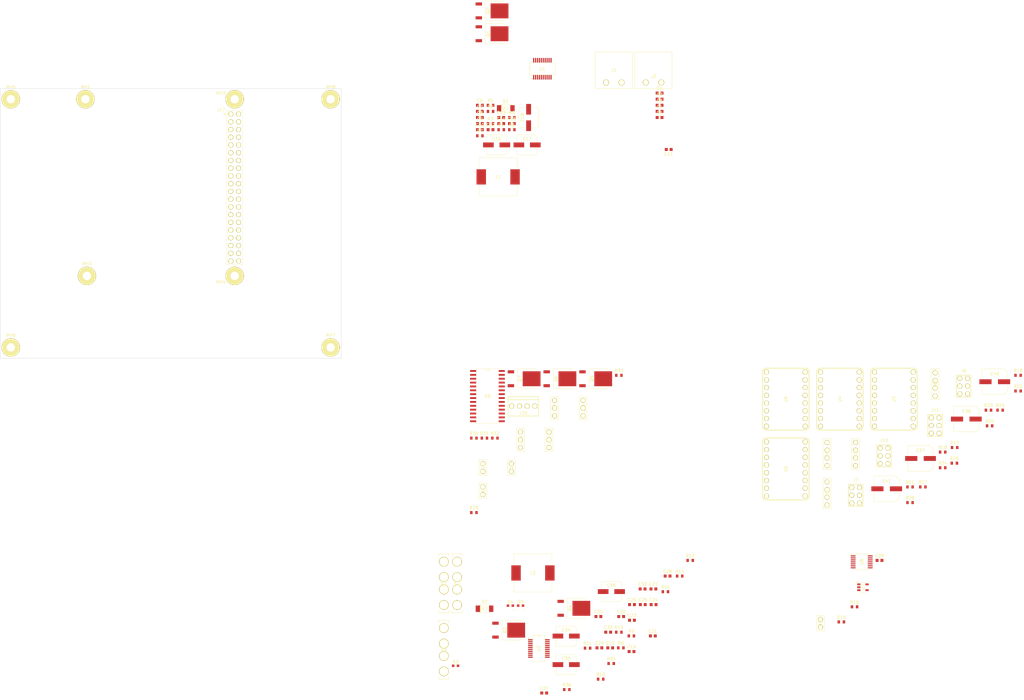
<source format=kicad_pcb>
(kicad_pcb (version 4) (host pcbnew 4.0.2-stable)
  (layers (0 F.Cu signal) (31 B.Cu signal) (34 B.Paste user) (35 F.Paste user) (36 B.SilkS user) (37 F.SilkS user) (38 B.Mask user) (39 F.Mask user) (44 Edge.Cuts user))
  (net 0 "")
  (net 1 /Power/12VIN)
  (net 2 GND)
  (net 3 "Net-(C6-Pad1)")
  (net 4 "Net-(C8-Pad1)")
  (net 5 "Net-(C9-Pad1)")
  (net 6 "Net-(C10-Pad1)")
  (net 7 "Net-(C11-Pad2)")
  (net 8 "Net-(C12-Pad1)")
  (net 9 "Net-(C12-Pad2)")
  (net 10 "Net-(C13-Pad1)")
  (net 11 "Net-(C13-Pad2)")
  (net 12 "Net-(C14-Pad1)")
  (net 13 "Net-(C15-Pad1)")
  (net 14 /Power/3V3OUT)
  (net 15 "Net-(C24-Pad1)")
  (net 16 "Net-(C26-Pad1)")
  (net 17 "Net-(C27-Pad1)")
  (net 18 "Net-(C28-Pad1)")
  (net 19 "Net-(C29-Pad2)")
  (net 20 "Net-(C30-Pad1)")
  (net 21 "Net-(C30-Pad2)")
  (net 22 "Net-(C31-Pad1)")
  (net 23 "Net-(C31-Pad2)")
  (net 24 "Net-(C32-Pad1)")
  (net 25 "Net-(C33-Pad1)")
  (net 26 /Power/5VOUT)
  (net 27 +12V)
  (net 28 /Safety/ALLSTOP)
  (net 29 "Net-(D3-Pad1)")
  (net 30 "Net-(D4-Pad1)")
  (net 31 "Net-(D5-Pad1)")
  (net 32 +5V)
  (net 33 VCC)
  (net 34 "Net-(J3-Pad3)")
  (net 35 "Net-(J3-Pad1)")
  (net 36 "Net-(J3-Pad2)")
  (net 37 "Net-(J3-Pad4)")
  (net 38 "Net-(J4-Pad3)")
  (net 39 "Net-(J4-Pad1)")
  (net 40 "Net-(J4-Pad2)")
  (net 41 "Net-(J4-Pad4)")
  (net 42 "Net-(J5-Pad1)")
  (net 43 "Net-(J6-Pad1)")
  (net 44 "Net-(J6-Pad3)")
  (net 45 "Net-(J6-Pad5)")
  (net 46 "Net-(J7-Pad1)")
  (net 47 "Net-(J7-Pad3)")
  (net 48 "Net-(J7-Pad5)")
  (net 49 "Net-(J8-Pad3)")
  (net 50 "Net-(J8-Pad1)")
  (net 51 "Net-(J8-Pad2)")
  (net 52 "Net-(J8-Pad4)")
  (net 53 "Net-(J9-Pad3)")
  (net 54 "Net-(J9-Pad1)")
  (net 55 "Net-(J9-Pad2)")
  (net 56 "Net-(J9-Pad4)")
  (net 57 "Net-(J10-Pad1)")
  (net 58 "Net-(J10-Pad3)")
  (net 59 "Net-(J10-Pad5)")
  (net 60 "Net-(J11-Pad1)")
  (net 61 "Net-(J11-Pad3)")
  (net 62 "Net-(J11-Pad5)")
  (net 63 XMAX)
  (net 64 "Net-(J13-Pad2)")
  (net 65 YMAX)
  (net 66 "Net-(J15-Pad2)")
  (net 67 ZMAX)
  (net 68 "Net-(J17-Pad1)")
  (net 69 "Net-(J17-Pad2)")
  (net 70 SDA1)
  (net 71 "Net-(J17-Pad4)")
  (net 72 SCL1)
  (net 73 ~ALLSTOP)
  (net 74 DIR3)
  (net 75 DIR4)
  (net 76 STEP2)
  (net 77 STEP3)
  (net 78 GPIO27)
  (net 79 EMAX)
  (net 80 "Net-(J17-Pad17)")
  (net 81 GPIO24)
  (net 82 SPI_MOSI)
  (net 83 SPI_MISO)
  (net 84 GPIO25)
  (net 85 SPI_SLCK)
  (net 86 SPI_CE0)
  (net 87 SPI_CE1)
  (net 88 ID_SD)
  (net 89 ID_SC)
  (net 90 GPIO5)
  (net 91 GPIO6)
  (net 92 DIR1)
  (net 93 DIR2)
  (net 94 STEP4)
  (net 95 STEP1)
  (net 96 "Net-(J19-Pad2)")
  (net 97 "Net-(J20-Pad2)")
  (net 98 "Net-(J20-Pad3)")
  (net 99 "Net-(Q1-Pad1)")
  (net 100 "Net-(Q2-Pad1)")
  (net 101 "Net-(Q3-Pad1)")
  (net 102 "Net-(Q4-Pad1)")
  (net 103 PMP)
  (net 104 VLV)
  (net 105 AUX)
  (net 106 EN1_O)
  (net 107 EN2_O)
  (net 108 EN3_O)
  (net 109 EN4_O)
  (net 110 "Net-(R33-Pad2)")
  (net 111 PGD5)
  (net 112 PGD3)
  (net 113 "Net-(U3-Pad13)")
  (net 114 "Net-(U4-Pad13)")
  (net 115 "Net-(U5-Pad13)")
  (net 116 "Net-(U6-Pad13)")
  (net 117 EN1)
  (net 118 EN2)
  (net 119 EN3)
  (net 120 EN4)
  (net 121 "Net-(U9-Pad1)")
  (net 122 "Net-(U9-Pad2)")
  (net 123 "Net-(U9-Pad3)")
  (net 124 "Net-(U9-Pad4)")
  (net 125 "Net-(U9-Pad5)")
  (net 126 "Net-(U9-Pad6)")
  (net 127 "Net-(U9-Pad7)")
  (net 128 "Net-(U9-Pad8)")
  (net 129 EXP_INTB)
  (net 130 EXP_INTA)
  (net 131 "Net-(U9-Pad28)")
  (module IPC_SOIC127P:SOIC127P1030X265-28N (layer F.Cu) (at 179.985001 170.475001)
    (fp_text reference U9 (at 0 0) (layer F.SilkS))
    (fp_text value MCP23S17 hide)
    (pad 1 smd rect (at -4.7 -8.255) (size 2 0.6) (layers F.Cu F.Paste F.Mask) (net 121 "Net-(U9-Pad1)"))
    (pad 2 smd rect (at -4.7 -6.985) (size 2 0.6) (layers F.Cu F.Paste F.Mask) (net 122 "Net-(U9-Pad2)"))
    (pad 3 smd rect (at -4.7 -5.715) (size 2 0.6) (layers F.Cu F.Paste F.Mask) (net 123 "Net-(U9-Pad3)"))
    (pad 4 smd rect (at -4.7 -4.445) (size 2 0.6) (layers F.Cu F.Paste F.Mask) (net 124 "Net-(U9-Pad4)"))
    (pad 5 smd rect (at -4.7 -3.175) (size 2 0.6) (layers F.Cu F.Paste F.Mask) (net 125 "Net-(U9-Pad5)"))
    (pad 6 smd rect (at -4.7 -1.905) (size 2 0.6) (layers F.Cu F.Paste F.Mask) (net 126 "Net-(U9-Pad6)"))
    (pad 7 smd rect (at -4.7 -0.635) (size 2 0.6) (layers F.Cu F.Paste F.Mask) (net 127 "Net-(U9-Pad7)"))
    (pad 8 smd rect (at -4.7 0.635) (size 2 0.6) (layers F.Cu F.Paste F.Mask) (net 128 "Net-(U9-Pad8)"))
    (pad 9 smd rect (at -4.7 1.905) (size 2 0.6) (layers F.Cu F.Paste F.Mask) (net 33 VCC))
    (pad 10 smd rect (at -4.7 3.175) (size 2 0.6) (layers F.Cu F.Paste F.Mask) (net 2 GND))
    (pad 11 smd rect (at -4.7 4.445) (size 2 0.6) (layers F.Cu F.Paste F.Mask) (net 86 SPI_CE0))
    (pad 12 smd rect (at -4.7 5.715) (size 2 0.6) (layers F.Cu F.Paste F.Mask) (net 85 SPI_SLCK))
    (pad 13 smd rect (at -4.7 6.985) (size 2 0.6) (layers F.Cu F.Paste F.Mask) (net 82 SPI_MOSI))
    (pad 14 smd rect (at -4.7 8.255) (size 2 0.6) (layers F.Cu F.Paste F.Mask) (net 83 SPI_MISO))
    (pad 15 smd rect (at 4.7 8.255) (size 2 0.6) (layers F.Cu F.Paste F.Mask) (net 2 GND))
    (pad 16 smd rect (at 4.7 6.985) (size 2 0.6) (layers F.Cu F.Paste F.Mask) (net 2 GND))
    (pad 17 smd rect (at 4.7 5.715) (size 2 0.6) (layers F.Cu F.Paste F.Mask) (net 2 GND))
    (pad 18 smd rect (at 4.7 4.445) (size 2 0.6) (layers F.Cu F.Paste F.Mask) (net 110 "Net-(R33-Pad2)"))
    (pad 19 smd rect (at 4.7 3.175) (size 2 0.6) (layers F.Cu F.Paste F.Mask) (net 129 EXP_INTB))
    (pad 20 smd rect (at 4.7 1.905) (size 2 0.6) (layers F.Cu F.Paste F.Mask) (net 130 EXP_INTA))
    (pad 21 smd rect (at 4.7 0.635) (size 2 0.6) (layers F.Cu F.Paste F.Mask) (net 103 PMP))
    (pad 22 smd rect (at 4.7 -0.635) (size 2 0.6) (layers F.Cu F.Paste F.Mask) (net 104 VLV))
    (pad 23 smd rect (at 4.7 -1.905) (size 2 0.6) (layers F.Cu F.Paste F.Mask) (net 105 AUX))
    (pad 24 smd rect (at 4.7 -3.175) (size 2 0.6) (layers F.Cu F.Paste F.Mask) (net 117 EN1))
    (pad 25 smd rect (at 4.7 -4.445) (size 2 0.6) (layers F.Cu F.Paste F.Mask) (net 118 EN2))
    (pad 26 smd rect (at 4.7 -5.715) (size 2 0.6) (layers F.Cu F.Paste F.Mask) (net 119 EN3))
    (pad 27 smd rect (at 4.7 -6.985) (size 2 0.6) (layers F.Cu F.Paste F.Mask) (net 120 EN4))
    (pad 28 smd rect (at 4.7 -8.255) (size 2 0.6) (layers F.Cu F.Paste F.Mask) (net 131 "Net-(U9-Pad28)"))
  )
  (module IPC_SOP:SOP65P640X120-14N (layer F.Cu) (at 302.855001 224.885001)
    (fp_text reference U8 (at 0 0 90) (layer F.SilkS))
    (fp_text value 74LV32 hide)
    (pad 1 smd rect (at -2.8 -1.95) (size 1.6 0.35) (layers F.Cu F.Paste F.Mask) (net 117 EN1))
    (pad 2 smd rect (at -2.8 -1.3) (size 1.6 0.35) (layers F.Cu F.Paste F.Mask) (net 73 ~ALLSTOP))
    (pad 3 smd rect (at -2.8 -0.65) (size 1.6 0.35) (layers F.Cu F.Paste F.Mask) (net 106 EN1_O))
    (pad 4 smd rect (at -2.8 0) (size 1.6 0.35) (layers F.Cu F.Paste F.Mask) (net 118 EN2))
    (pad 5 smd rect (at -2.8 0.65) (size 1.6 0.35) (layers F.Cu F.Paste F.Mask) (net 73 ~ALLSTOP))
    (pad 6 smd rect (at -2.8 1.3) (size 1.6 0.35) (layers F.Cu F.Paste F.Mask) (net 107 EN2_O))
    (pad 7 smd rect (at -2.8 1.95) (size 1.6 0.35) (layers F.Cu F.Paste F.Mask) (net 2 GND))
    (pad 8 smd rect (at 2.8 1.95) (size 1.6 0.35) (layers F.Cu F.Paste F.Mask) (net 108 EN3_O))
    (pad 9 smd rect (at 2.8 1.3) (size 1.6 0.35) (layers F.Cu F.Paste F.Mask) (net 119 EN3))
    (pad 10 smd rect (at 2.8 0.65) (size 1.6 0.35) (layers F.Cu F.Paste F.Mask) (net 73 ~ALLSTOP))
    (pad 11 smd rect (at 2.8 0) (size 1.6 0.35) (layers F.Cu F.Paste F.Mask) (net 109 EN4_O))
    (pad 12 smd rect (at 2.8 -0.65) (size 1.6 0.35) (layers F.Cu F.Paste F.Mask) (net 120 EN4))
    (pad 13 smd rect (at 2.8 -1.3) (size 1.6 0.35) (layers F.Cu F.Paste F.Mask) (net 73 ~ALLSTOP))
    (pad 14 smd rect (at 2.8 -1.95) (size 1.6 0.35) (layers F.Cu F.Paste F.Mask) (net 33 VCC))
  )
  (module IPC_SOT:SOT95P280X145-5N (layer F.Cu) (at 303.269286 233.235001)
    (fp_text reference U7 (at 0 0 90) (layer F.SilkS))
    (fp_text value 74LVC1G14 hide)
    (pad 1 smd rect (at -1.35 -0.95) (size 1.05 0.6) (layers F.Cu F.Paste F.Mask))
    (pad 2 smd rect (at -1.35 0) (size 1.05 0.6) (layers F.Cu F.Paste F.Mask) (net 28 /Safety/ALLSTOP))
    (pad 3 smd rect (at -1.35 0.95) (size 1.05 0.6) (layers F.Cu F.Paste F.Mask) (net 2 GND))
    (pad 4 smd rect (at 1.35 0.95) (size 1.05 0.6) (layers F.Cu F.Paste F.Mask) (net 73 ~ALLSTOP))
    (pad 5 smd rect (at 1.35 -0.95) (size 1.05 0.6) (layers F.Cu F.Paste F.Mask) (net 33 VCC))
  )
  (module IPC_MFG:stepstick (layer F.Cu) (at 277.950238 171.485001)
    (fp_text reference U6 (at 0 0 90) (layer F.SilkS))
    (fp_text value TMC_SILENT_STEPSTICK hide)
    (pad 1 thru_hole circle (at -6.35 -8.89) (size 1.62 1.62) (drill 1.02) (layers *.Cu *.Mask F.SilkS) (net 2 GND))
    (pad 2 thru_hole circle (at -6.35 -6.35) (size 1.62 1.62) (drill 1.02) (layers *.Cu *.Mask F.SilkS) (net 33 VCC))
    (pad 3 thru_hole circle (at -6.35 -3.81) (size 1.62 1.62) (drill 1.02) (layers *.Cu *.Mask F.SilkS) (net 54 "Net-(J9-Pad1)"))
    (pad 4 thru_hole circle (at -6.35 -1.27) (size 1.62 1.62) (drill 1.02) (layers *.Cu *.Mask F.SilkS) (net 55 "Net-(J9-Pad2)"))
    (pad 5 thru_hole circle (at -6.35 1.27) (size 1.62 1.62) (drill 1.02) (layers *.Cu *.Mask F.SilkS) (net 53 "Net-(J9-Pad3)"))
    (pad 6 thru_hole circle (at -6.35 3.81) (size 1.62 1.62) (drill 1.02) (layers *.Cu *.Mask F.SilkS) (net 56 "Net-(J9-Pad4)"))
    (pad 7 thru_hole circle (at -6.35 6.35) (size 1.62 1.62) (drill 1.02) (layers *.Cu *.Mask F.SilkS) (net 2 GND))
    (pad 8 thru_hole circle (at -6.35 8.89) (size 1.62 1.62) (drill 1.02) (layers *.Cu *.Mask F.SilkS) (net 27 +12V))
    (pad 9 thru_hole circle (at 6.35 8.89) (size 1.62 1.62) (drill 1.02) (layers *.Cu *.Mask F.SilkS) (net 109 EN4_O))
    (pad 10 thru_hole circle (at 6.35 6.35) (size 1.62 1.62) (drill 1.02) (layers *.Cu *.Mask F.SilkS) (net 62 "Net-(J11-Pad5)"))
    (pad 11 thru_hole circle (at 6.35 3.81) (size 1.62 1.62) (drill 1.02) (layers *.Cu *.Mask F.SilkS) (net 61 "Net-(J11-Pad3)"))
    (pad 12 thru_hole circle (at 6.35 1.27) (size 1.62 1.62) (drill 1.02) (layers *.Cu *.Mask F.SilkS) (net 60 "Net-(J11-Pad1)"))
    (pad 13 thru_hole circle (at 6.35 -1.27) (size 1.62 1.62) (drill 1.02) (layers *.Cu *.Mask F.SilkS) (net 116 "Net-(U6-Pad13)"))
    (pad 14 thru_hole circle (at 6.35 -3.81) (size 1.62 1.62) (drill 1.02) (layers *.Cu *.Mask F.SilkS) (net 116 "Net-(U6-Pad13)"))
    (pad 15 thru_hole circle (at 6.35 -6.35) (size 1.62 1.62) (drill 1.02) (layers *.Cu *.Mask F.SilkS) (net 94 STEP4))
    (pad 16 thru_hole circle (at 6.35 -8.89) (size 1.62 1.62) (drill 1.02) (layers *.Cu *.Mask F.SilkS) (net 75 DIR4))
  )
  (module IPC_MFG:stepstick (layer F.Cu) (at 277.950238 194.375001)
    (fp_text reference U5 (at 0 0 90) (layer F.SilkS))
    (fp_text value TMC_SILENT_STEPSTICK hide)
    (pad 1 thru_hole circle (at -6.35 -8.89) (size 1.62 1.62) (drill 1.02) (layers *.Cu *.Mask F.SilkS) (net 2 GND))
    (pad 2 thru_hole circle (at -6.35 -6.35) (size 1.62 1.62) (drill 1.02) (layers *.Cu *.Mask F.SilkS) (net 33 VCC))
    (pad 3 thru_hole circle (at -6.35 -3.81) (size 1.62 1.62) (drill 1.02) (layers *.Cu *.Mask F.SilkS) (net 50 "Net-(J8-Pad1)"))
    (pad 4 thru_hole circle (at -6.35 -1.27) (size 1.62 1.62) (drill 1.02) (layers *.Cu *.Mask F.SilkS) (net 51 "Net-(J8-Pad2)"))
    (pad 5 thru_hole circle (at -6.35 1.27) (size 1.62 1.62) (drill 1.02) (layers *.Cu *.Mask F.SilkS) (net 49 "Net-(J8-Pad3)"))
    (pad 6 thru_hole circle (at -6.35 3.81) (size 1.62 1.62) (drill 1.02) (layers *.Cu *.Mask F.SilkS) (net 52 "Net-(J8-Pad4)"))
    (pad 7 thru_hole circle (at -6.35 6.35) (size 1.62 1.62) (drill 1.02) (layers *.Cu *.Mask F.SilkS) (net 2 GND))
    (pad 8 thru_hole circle (at -6.35 8.89) (size 1.62 1.62) (drill 1.02) (layers *.Cu *.Mask F.SilkS) (net 27 +12V))
    (pad 9 thru_hole circle (at 6.35 8.89) (size 1.62 1.62) (drill 1.02) (layers *.Cu *.Mask F.SilkS) (net 108 EN3_O))
    (pad 10 thru_hole circle (at 6.35 6.35) (size 1.62 1.62) (drill 1.02) (layers *.Cu *.Mask F.SilkS) (net 59 "Net-(J10-Pad5)"))
    (pad 11 thru_hole circle (at 6.35 3.81) (size 1.62 1.62) (drill 1.02) (layers *.Cu *.Mask F.SilkS) (net 58 "Net-(J10-Pad3)"))
    (pad 12 thru_hole circle (at 6.35 1.27) (size 1.62 1.62) (drill 1.02) (layers *.Cu *.Mask F.SilkS) (net 57 "Net-(J10-Pad1)"))
    (pad 13 thru_hole circle (at 6.35 -1.27) (size 1.62 1.62) (drill 1.02) (layers *.Cu *.Mask F.SilkS) (net 115 "Net-(U5-Pad13)"))
    (pad 14 thru_hole circle (at 6.35 -3.81) (size 1.62 1.62) (drill 1.02) (layers *.Cu *.Mask F.SilkS) (net 115 "Net-(U5-Pad13)"))
    (pad 15 thru_hole circle (at 6.35 -6.35) (size 1.62 1.62) (drill 1.02) (layers *.Cu *.Mask F.SilkS) (net 77 STEP3))
    (pad 16 thru_hole circle (at 6.35 -8.89) (size 1.62 1.62) (drill 1.02) (layers *.Cu *.Mask F.SilkS) (net 74 DIR3))
  )
  (module IPC_MFG:stepstick (layer F.Cu) (at 295.690238 171.485001)
    (fp_text reference U4 (at 0 0 90) (layer F.SilkS))
    (fp_text value TMC_SILENT_STEPSTICK hide)
    (pad 1 thru_hole circle (at -6.35 -8.89) (size 1.62 1.62) (drill 1.02) (layers *.Cu *.Mask F.SilkS) (net 2 GND))
    (pad 2 thru_hole circle (at -6.35 -6.35) (size 1.62 1.62) (drill 1.02) (layers *.Cu *.Mask F.SilkS) (net 33 VCC))
    (pad 3 thru_hole circle (at -6.35 -3.81) (size 1.62 1.62) (drill 1.02) (layers *.Cu *.Mask F.SilkS) (net 39 "Net-(J4-Pad1)"))
    (pad 4 thru_hole circle (at -6.35 -1.27) (size 1.62 1.62) (drill 1.02) (layers *.Cu *.Mask F.SilkS) (net 40 "Net-(J4-Pad2)"))
    (pad 5 thru_hole circle (at -6.35 1.27) (size 1.62 1.62) (drill 1.02) (layers *.Cu *.Mask F.SilkS) (net 38 "Net-(J4-Pad3)"))
    (pad 6 thru_hole circle (at -6.35 3.81) (size 1.62 1.62) (drill 1.02) (layers *.Cu *.Mask F.SilkS) (net 41 "Net-(J4-Pad4)"))
    (pad 7 thru_hole circle (at -6.35 6.35) (size 1.62 1.62) (drill 1.02) (layers *.Cu *.Mask F.SilkS) (net 2 GND))
    (pad 8 thru_hole circle (at -6.35 8.89) (size 1.62 1.62) (drill 1.02) (layers *.Cu *.Mask F.SilkS) (net 27 +12V))
    (pad 9 thru_hole circle (at 6.35 8.89) (size 1.62 1.62) (drill 1.02) (layers *.Cu *.Mask F.SilkS) (net 107 EN2_O))
    (pad 10 thru_hole circle (at 6.35 6.35) (size 1.62 1.62) (drill 1.02) (layers *.Cu *.Mask F.SilkS) (net 48 "Net-(J7-Pad5)"))
    (pad 11 thru_hole circle (at 6.35 3.81) (size 1.62 1.62) (drill 1.02) (layers *.Cu *.Mask F.SilkS) (net 47 "Net-(J7-Pad3)"))
    (pad 12 thru_hole circle (at 6.35 1.27) (size 1.62 1.62) (drill 1.02) (layers *.Cu *.Mask F.SilkS) (net 46 "Net-(J7-Pad1)"))
    (pad 13 thru_hole circle (at 6.35 -1.27) (size 1.62 1.62) (drill 1.02) (layers *.Cu *.Mask F.SilkS) (net 114 "Net-(U4-Pad13)"))
    (pad 14 thru_hole circle (at 6.35 -3.81) (size 1.62 1.62) (drill 1.02) (layers *.Cu *.Mask F.SilkS) (net 114 "Net-(U4-Pad13)"))
    (pad 15 thru_hole circle (at 6.35 -6.35) (size 1.62 1.62) (drill 1.02) (layers *.Cu *.Mask F.SilkS) (net 76 STEP2))
    (pad 16 thru_hole circle (at 6.35 -8.89) (size 1.62 1.62) (drill 1.02) (layers *.Cu *.Mask F.SilkS) (net 93 DIR2))
  )
  (module IPC_MFG:stepstick (layer F.Cu) (at 313.430238 171.485001)
    (fp_text reference U3 (at 0 0 90) (layer F.SilkS))
    (fp_text value TMC_SILENT_STEPSTICK hide)
    (pad 1 thru_hole circle (at -6.35 -8.89) (size 1.62 1.62) (drill 1.02) (layers *.Cu *.Mask F.SilkS) (net 2 GND))
    (pad 2 thru_hole circle (at -6.35 -6.35) (size 1.62 1.62) (drill 1.02) (layers *.Cu *.Mask F.SilkS) (net 33 VCC))
    (pad 3 thru_hole circle (at -6.35 -3.81) (size 1.62 1.62) (drill 1.02) (layers *.Cu *.Mask F.SilkS) (net 35 "Net-(J3-Pad1)"))
    (pad 4 thru_hole circle (at -6.35 -1.27) (size 1.62 1.62) (drill 1.02) (layers *.Cu *.Mask F.SilkS) (net 36 "Net-(J3-Pad2)"))
    (pad 5 thru_hole circle (at -6.35 1.27) (size 1.62 1.62) (drill 1.02) (layers *.Cu *.Mask F.SilkS) (net 34 "Net-(J3-Pad3)"))
    (pad 6 thru_hole circle (at -6.35 3.81) (size 1.62 1.62) (drill 1.02) (layers *.Cu *.Mask F.SilkS) (net 37 "Net-(J3-Pad4)"))
    (pad 7 thru_hole circle (at -6.35 6.35) (size 1.62 1.62) (drill 1.02) (layers *.Cu *.Mask F.SilkS) (net 2 GND))
    (pad 8 thru_hole circle (at -6.35 8.89) (size 1.62 1.62) (drill 1.02) (layers *.Cu *.Mask F.SilkS) (net 27 +12V))
    (pad 9 thru_hole circle (at 6.35 8.89) (size 1.62 1.62) (drill 1.02) (layers *.Cu *.Mask F.SilkS) (net 106 EN1_O))
    (pad 10 thru_hole circle (at 6.35 6.35) (size 1.62 1.62) (drill 1.02) (layers *.Cu *.Mask F.SilkS) (net 45 "Net-(J6-Pad5)"))
    (pad 11 thru_hole circle (at 6.35 3.81) (size 1.62 1.62) (drill 1.02) (layers *.Cu *.Mask F.SilkS) (net 44 "Net-(J6-Pad3)"))
    (pad 12 thru_hole circle (at 6.35 1.27) (size 1.62 1.62) (drill 1.02) (layers *.Cu *.Mask F.SilkS) (net 43 "Net-(J6-Pad1)"))
    (pad 13 thru_hole circle (at 6.35 -1.27) (size 1.62 1.62) (drill 1.02) (layers *.Cu *.Mask F.SilkS) (net 113 "Net-(U3-Pad13)"))
    (pad 14 thru_hole circle (at 6.35 -3.81) (size 1.62 1.62) (drill 1.02) (layers *.Cu *.Mask F.SilkS) (net 113 "Net-(U3-Pad13)"))
    (pad 15 thru_hole circle (at 6.35 -6.35) (size 1.62 1.62) (drill 1.02) (layers *.Cu *.Mask F.SilkS) (net 95 STEP1))
    (pad 16 thru_hole circle (at 6.35 -8.89) (size 1.62 1.62) (drill 1.02) (layers *.Cu *.Mask F.SilkS) (net 92 DIR1))
  )
  (module IPC_SOP:SOP63P600X155-20N (layer F.Cu) (at 196.875001 253.335001)
    (fp_text reference U2 (at -0.05 0 90) (layer F.SilkS))
    (fp_text value ISL6420B hide)
    (pad 1 smd rect (at -2.795 -2.8575) (size 1.52 0.38) (layers F.Cu F.Paste F.Mask) (net 18 "Net-(C28-Pad1)"))
    (pad 2 smd rect (at -2.795 -2.2225) (size 1.52 0.38) (layers F.Cu F.Paste F.Mask) (net 2 GND))
    (pad 3 smd rect (at -2.795 -1.5875) (size 1.52 0.38) (layers F.Cu F.Paste F.Mask) (net 102 "Net-(Q4-Pad1)"))
    (pad 4 smd rect (at -2.795 -0.9525) (size 1.52 0.38) (layers F.Cu F.Paste F.Mask) (net 15 "Net-(C24-Pad1)"))
    (pad 5 smd rect (at -2.795 -0.3175) (size 1.52 0.38) (layers F.Cu F.Paste F.Mask) (net 20 "Net-(C30-Pad1)"))
    (pad 6 smd rect (at -2.795 0.3175) (size 1.52 0.38) (layers F.Cu F.Paste F.Mask) (net 101 "Net-(Q3-Pad1)"))
    (pad 7 smd rect (at -2.795 0.9525) (size 1.52 0.38) (layers F.Cu F.Paste F.Mask) (net 21 "Net-(C30-Pad2)"))
    (pad 8 smd rect (at -2.795 1.5875) (size 1.52 0.38) (layers F.Cu F.Paste F.Mask) (net 2 GND))
    (pad 9 smd rect (at -2.795 2.2225) (size 1.52 0.38) (layers F.Cu F.Paste F.Mask) (net 2 GND))
    (pad 10 smd rect (at -2.795 2.8575) (size 1.52 0.38) (layers F.Cu F.Paste F.Mask) (net 19 "Net-(C29-Pad2)"))
    (pad 11 smd rect (at 2.795 2.8575) (size 1.52 0.38) (layers F.Cu F.Paste F.Mask) (net 16 "Net-(C26-Pad1)"))
    (pad 12 smd rect (at 2.795 2.2225) (size 1.52 0.38) (layers F.Cu F.Paste F.Mask) (net 2 GND))
    (pad 13 smd rect (at 2.795 1.5875) (size 1.52 0.38) (layers F.Cu F.Paste F.Mask) (net 15 "Net-(C24-Pad1)"))
    (pad 14 smd rect (at 2.795 0.9525) (size 1.52 0.38) (layers F.Cu F.Paste F.Mask) (net 1 /Power/12VIN))
    (pad 15 smd rect (at 2.795 0.3175) (size 1.52 0.38) (layers F.Cu F.Paste F.Mask) (net 2 GND))
    (pad 16 smd rect (at 2.795 -0.3175) (size 1.52 0.38) (layers F.Cu F.Paste F.Mask) (net 15 "Net-(C24-Pad1)"))
    (pad 17 smd rect (at 2.795 -0.9525) (size 1.52 0.38) (layers F.Cu F.Paste F.Mask) (net 22 "Net-(C31-Pad1)"))
    (pad 18 smd rect (at 2.795 -1.5875) (size 1.52 0.38) (layers F.Cu F.Paste F.Mask) (net 23 "Net-(C31-Pad2)"))
    (pad 19 smd rect (at 2.795 -2.2225) (size 1.52 0.38) (layers F.Cu F.Paste F.Mask) (net 17 "Net-(C27-Pad1)"))
    (pad 20 smd rect (at 2.795 -2.8575) (size 1.52 0.38) (layers F.Cu F.Paste F.Mask) (net 111 PGD5))
  )
  (module IPC_SOP:SOP63P600X155-20N (layer F.Cu) (at 198 63 90)
    (fp_text reference U1 (at -0.05 0 180) (layer F.SilkS))
    (fp_text value ISL6420B hide)
    (pad 1 smd rect (at -2.795 -2.8575 90) (size 1.52 0.38) (layers F.Cu F.Paste F.Mask) (net 6 "Net-(C10-Pad1)"))
    (pad 2 smd rect (at -2.795 -2.2225 90) (size 1.52 0.38) (layers F.Cu F.Paste F.Mask) (net 2 GND))
    (pad 3 smd rect (at -2.795 -1.5875 90) (size 1.52 0.38) (layers F.Cu F.Paste F.Mask) (net 100 "Net-(Q2-Pad1)"))
    (pad 4 smd rect (at -2.795 -0.9525 90) (size 1.52 0.38) (layers F.Cu F.Paste F.Mask) (net 3 "Net-(C6-Pad1)"))
    (pad 5 smd rect (at -2.795 -0.3175 90) (size 1.52 0.38) (layers F.Cu F.Paste F.Mask) (net 8 "Net-(C12-Pad1)"))
    (pad 6 smd rect (at -2.795 0.3175 90) (size 1.52 0.38) (layers F.Cu F.Paste F.Mask) (net 99 "Net-(Q1-Pad1)"))
    (pad 7 smd rect (at -2.795 0.9525 90) (size 1.52 0.38) (layers F.Cu F.Paste F.Mask) (net 9 "Net-(C12-Pad2)"))
    (pad 8 smd rect (at -2.795 1.5875 90) (size 1.52 0.38) (layers F.Cu F.Paste F.Mask) (net 2 GND))
    (pad 9 smd rect (at -2.795 2.2225 90) (size 1.52 0.38) (layers F.Cu F.Paste F.Mask) (net 2 GND))
    (pad 10 smd rect (at -2.795 2.8575 90) (size 1.52 0.38) (layers F.Cu F.Paste F.Mask) (net 7 "Net-(C11-Pad2)"))
    (pad 11 smd rect (at 2.795 2.8575 90) (size 1.52 0.38) (layers F.Cu F.Paste F.Mask) (net 4 "Net-(C8-Pad1)"))
    (pad 12 smd rect (at 2.795 2.2225 90) (size 1.52 0.38) (layers F.Cu F.Paste F.Mask) (net 2 GND))
    (pad 13 smd rect (at 2.795 1.5875 90) (size 1.52 0.38) (layers F.Cu F.Paste F.Mask) (net 3 "Net-(C6-Pad1)"))
    (pad 14 smd rect (at 2.795 0.9525 90) (size 1.52 0.38) (layers F.Cu F.Paste F.Mask) (net 1 /Power/12VIN))
    (pad 15 smd rect (at 2.795 0.3175 90) (size 1.52 0.38) (layers F.Cu F.Paste F.Mask) (net 2 GND))
    (pad 16 smd rect (at 2.795 -0.3175 90) (size 1.52 0.38) (layers F.Cu F.Paste F.Mask) (net 3 "Net-(C6-Pad1)"))
    (pad 17 smd rect (at 2.795 -0.9525 90) (size 1.52 0.38) (layers F.Cu F.Paste F.Mask) (net 10 "Net-(C13-Pad1)"))
    (pad 18 smd rect (at 2.795 -1.5875 90) (size 1.52 0.38) (layers F.Cu F.Paste F.Mask) (net 11 "Net-(C13-Pad2)"))
    (pad 19 smd rect (at 2.795 -2.2225 90) (size 1.52 0.38) (layers F.Cu F.Paste F.Mask) (net 5 "Net-(C9-Pad1)"))
    (pad 20 smd rect (at 2.795 -2.8575 90) (size 1.52 0.38) (layers F.Cu F.Paste F.Mask) (net 112 PGD3))
  )
  (module IPC_RES:RESC1608X55N (layer F.Cu) (at 206.048333 266.819)
    (fp_text reference R36 (at 0 -1.524) (layer F.SilkS))
    (fp_text value 2k21)
    (pad 1 smd rect (at -0.85 0) (size 0.8 1) (layers F.Cu F.Paste F.Mask) (net 31 "Net-(D5-Pad1)"))
    (pad 2 smd rect (at 0.85 0) (size 0.8 1) (layers F.Cu F.Paste F.Mask) (net 112 PGD3))
  )
  (module IPC_RES:RESC1608X55N (layer F.Cu) (at 220.618333 258.259)
    (fp_text reference R35 (at 0 -1.524) (layer F.SilkS))
    (fp_text value 2k21)
    (pad 1 smd rect (at -0.85 0) (size 0.8 1) (layers F.Cu F.Paste F.Mask) (net 30 "Net-(D4-Pad1)"))
    (pad 2 smd rect (at 0.85 0) (size 0.8 1) (layers F.Cu F.Paste F.Mask) (net 111 PGD5))
  )
  (module IPC_RES:RESC1608X55N (layer F.Cu) (at 238.418333 234.689)
    (fp_text reference R34 (at 0 -1.524) (layer F.SilkS))
    (fp_text value 2k21)
    (pad 1 smd rect (at -0.85 0) (size 0.8 1) (layers F.Cu F.Paste F.Mask) (net 29 "Net-(D3-Pad1)"))
    (pad 2 smd rect (at 0.85 0) (size 0.8 1) (layers F.Cu F.Paste F.Mask) (net 2 GND))
  )
  (module IPC_RES:RESC1608X55N (layer F.Cu) (at 223.137381 163.649)
    (fp_text reference R33 (at 0 -1.524) (layer F.SilkS))
    (fp_text value 3k3)
    (pad 1 smd rect (at -0.85 0) (size 0.8 1) (layers F.Cu F.Paste F.Mask) (net 33 VCC))
    (pad 2 smd rect (at 0.85 0) (size 0.8 1) (layers F.Cu F.Paste F.Mask) (net 110 "Net-(R33-Pad2)"))
  )
  (module IPC_RES:RESC1608X55N (layer F.Cu) (at 182.437381 184.259)
    (fp_text reference R32 (at 0 -1.524) (layer F.SilkS))
    (fp_text value 3k3)
    (pad 1 smd rect (at -0.85 0) (size 0.8 1) (layers F.Cu F.Paste F.Mask) (net 33 VCC))
    (pad 2 smd rect (at 0.85 0) (size 0.8 1) (layers F.Cu F.Paste F.Mask) (net 86 SPI_CE0))
  )
  (module IPC_RES:RESC1608X55N (layer F.Cu) (at 178.987381 184.259)
    (fp_text reference R31 (at 0 -1.524) (layer F.SilkS))
    (fp_text value 3k3)
    (pad 1 smd rect (at -0.85 0) (size 0.8 1) (layers F.Cu F.Paste F.Mask) (net 105 AUX))
    (pad 2 smd rect (at 0.85 0) (size 0.8 1) (layers F.Cu F.Paste F.Mask) (net 2 GND))
  )
  (module IPC_RES:RESC1608X55N (layer F.Cu) (at 175.537381 184.259)
    (fp_text reference R30 (at 0 -1.524) (layer F.SilkS))
    (fp_text value 3k3)
    (pad 1 smd rect (at -0.85 0) (size 0.8 1) (layers F.Cu F.Paste F.Mask) (net 104 VLV))
    (pad 2 smd rect (at 0.85 0) (size 0.8 1) (layers F.Cu F.Paste F.Mask) (net 2 GND))
  )
  (module IPC_RES:RESC1608X55N (layer F.Cu) (at 175.537381 208.709)
    (fp_text reference R29 (at 0 -1.524) (layer F.SilkS))
    (fp_text value 3k3)
    (pad 1 smd rect (at -0.85 0) (size 0.8 1) (layers F.Cu F.Paste F.Mask) (net 103 PMP))
    (pad 2 smd rect (at 0.85 0) (size 0.8 1) (layers F.Cu F.Paste F.Mask) (net 2 GND))
  )
  (module IPC_RES:RESC1608X55N (layer F.Cu) (at 318.728333 205.429)
    (fp_text reference R28 (at 0 -1.524) (layer F.SilkS))
    (fp_text value 100k)
    (pad 1 smd rect (at -0.85 0) (size 0.8 1) (layers F.Cu F.Paste F.Mask) (net 62 "Net-(J11-Pad5)"))
    (pad 2 smd rect (at 0.85 0) (size 0.8 1) (layers F.Cu F.Paste F.Mask) (net 2 GND))
  )
  (module IPC_RES:RESC1608X55N (layer F.Cu) (at 322.938333 200.289)
    (fp_text reference R27 (at 0 -1.524) (layer F.SilkS))
    (fp_text value 100k)
    (pad 1 smd rect (at -0.85 0) (size 0.8 1) (layers F.Cu F.Paste F.Mask) (net 59 "Net-(J10-Pad5)"))
    (pad 2 smd rect (at 0.85 0) (size 0.8 1) (layers F.Cu F.Paste F.Mask) (net 2 GND))
  )
  (module IPC_RES:RESC1608X55N (layer F.Cu) (at 344.858333 180.229)
    (fp_text reference R26 (at 0 -1.524) (layer F.SilkS))
    (fp_text value 100k)
    (pad 1 smd rect (at -0.85 0) (size 0.8 1) (layers F.Cu F.Paste F.Mask) (net 60 "Net-(J11-Pad1)"))
    (pad 2 smd rect (at 0.85 0) (size 0.8 1) (layers F.Cu F.Paste F.Mask) (net 2 GND))
  )
  (module IPC_RES:RESC1608X55N (layer F.Cu) (at 348.308333 175.089)
    (fp_text reference R25 (at 0 -1.524) (layer F.SilkS))
    (fp_text value 100k)
    (pad 1 smd rect (at -0.85 0) (size 0.8 1) (layers F.Cu F.Paste F.Mask) (net 57 "Net-(J10-Pad1)"))
    (pad 2 smd rect (at 0.85 0) (size 0.8 1) (layers F.Cu F.Paste F.Mask) (net 2 GND))
  )
  (module IPC_RES:RESC1608X55N (layer F.Cu) (at 329.447381 193.989)
    (fp_text reference R24 (at 0 -1.524) (layer F.SilkS))
    (fp_text value 3k3)
    (pad 1 smd rect (at -0.85 0) (size 0.8 1) (layers F.Cu F.Paste F.Mask) (net 33 VCC))
    (pad 2 smd rect (at 0.85 0) (size 0.8 1) (layers F.Cu F.Paste F.Mask) (net 109 EN4_O))
  )
  (module IPC_RES:RESC1608X55N (layer F.Cu) (at 344.477381 175.089)
    (fp_text reference R23 (at 0 -1.524) (layer F.SilkS))
    (fp_text value 3k3)
    (pad 1 smd rect (at -0.85 0) (size 0.8 1) (layers F.Cu F.Paste F.Mask) (net 33 VCC))
    (pad 2 smd rect (at 0.85 0) (size 0.8 1) (layers F.Cu F.Paste F.Mask) (net 108 EN3_O))
  )
  (module IPC_RES:RESC1608X55N (layer F.Cu) (at 354.208333 168.789)
    (fp_text reference R22 (at 0 -1.524) (layer F.SilkS))
    (fp_text value 100k)
    (pad 1 smd rect (at -0.85 0) (size 0.8 1) (layers F.Cu F.Paste F.Mask) (net 48 "Net-(J7-Pad5)"))
    (pad 2 smd rect (at 0.85 0) (size 0.8 1) (layers F.Cu F.Paste F.Mask) (net 2 GND))
  )
  (module IPC_RES:RESC1608X55N (layer F.Cu) (at 318.728333 200.289)
    (fp_text reference R21 (at 0 -1.524) (layer F.SilkS))
    (fp_text value 100k)
    (pad 1 smd rect (at -0.85 0) (size 0.8 1) (layers F.Cu F.Paste F.Mask) (net 45 "Net-(J6-Pad5)"))
    (pad 2 smd rect (at 0.85 0) (size 0.8 1) (layers F.Cu F.Paste F.Mask) (net 2 GND))
  )
  (module IPC_RES:RESC1608X55N (layer F.Cu) (at 333.278333 192.489)
    (fp_text reference R20 (at 0 -1.524) (layer F.SilkS))
    (fp_text value 100k)
    (pad 1 smd rect (at -0.85 0) (size 0.8 1) (layers F.Cu F.Paste F.Mask) (net 46 "Net-(J7-Pad1)"))
    (pad 2 smd rect (at 0.85 0) (size 0.8 1) (layers F.Cu F.Paste F.Mask) (net 2 GND))
  )
  (module IPC_RES:RESC1608X55N (layer F.Cu) (at 354.208333 163.649)
    (fp_text reference R19 (at 0 -1.524) (layer F.SilkS))
    (fp_text value 100k)
    (pad 1 smd rect (at -0.85 0) (size 0.8 1) (layers F.Cu F.Paste F.Mask) (net 43 "Net-(J6-Pad1)"))
    (pad 2 smd rect (at 0.85 0) (size 0.8 1) (layers F.Cu F.Paste F.Mask) (net 2 GND))
  )
  (module IPC_RES:RESC1608X55N (layer F.Cu) (at 329.447381 188.849)
    (fp_text reference R18 (at 0 -1.524) (layer F.SilkS))
    (fp_text value 3k3)
    (pad 1 smd rect (at -0.85 0) (size 0.8 1) (layers F.Cu F.Paste F.Mask) (net 33 VCC))
    (pad 2 smd rect (at 0.85 0) (size 0.8 1) (layers F.Cu F.Paste F.Mask) (net 107 EN2_O))
  )
  (module IPC_RES:RESC1608X55N (layer F.Cu) (at 333.377381 187.349)
    (fp_text reference R17 (at 0 -1.524) (layer F.SilkS))
    (fp_text value 3k3)
    (pad 1 smd rect (at -0.85 0) (size 0.8 1) (layers F.Cu F.Paste F.Mask) (net 33 VCC))
    (pad 2 smd rect (at 0.85 0) (size 0.8 1) (layers F.Cu F.Paste F.Mask) (net 106 EN1_O))
  )
  (module IPC_RES:RESC1608X55N (layer F.Cu) (at 300.507381 239.649)
    (fp_text reference R16 (at 0 -1.524) (layer F.SilkS))
    (fp_text value 3k3)
    (pad 1 smd rect (at -0.85 0) (size 0.8 1) (layers F.Cu F.Paste F.Mask) (net 33 VCC))
    (pad 2 smd rect (at 0.85 0) (size 0.8 1) (layers F.Cu F.Paste F.Mask) (net 28 /Safety/ALLSTOP))
  )
  (module IPC_RES:RESC1608X55N (layer F.Cu) (at 296.173571 244.609)
    (fp_text reference R15 (at 0 -1.524) (layer F.SilkS))
    (fp_text value 330R)
    (pad 1 smd rect (at -0.85 0) (size 0.8 1) (layers F.Cu F.Paste F.Mask) (net 28 /Safety/ALLSTOP))
    (pad 2 smd rect (at 0.85 0) (size 0.8 1) (layers F.Cu F.Paste F.Mask) (net 42 "Net-(J5-Pad1)"))
  )
  (module IPC_RES:RESC1608X55N (layer F.Cu) (at 243.103571 229.549)
    (fp_text reference R14 (at 0 -1.524) (layer F.SilkS))
    (fp_text value 178R)
    (pad 1 smd rect (at -0.85 0) (size 0.8 1) (layers F.Cu F.Paste F.Mask) (net 26 /Power/5VOUT))
    (pad 2 smd rect (at 0.85 0) (size 0.8 1) (layers F.Cu F.Paste F.Mask) (net 25 "Net-(C33-Pad1)"))
  )
  (module IPC_RES:RESC1608X55N (layer F.Cu) (at 223.127381 247.979)
    (fp_text reference R13 (at 0 -1.524) (layer F.SilkS))
    (fp_text value 10k)
    (pad 1 smd rect (at -0.85 0) (size 0.8 1) (layers F.Cu F.Paste F.Mask) (net 26 /Power/5VOUT))
    (pad 2 smd rect (at 0.85 0) (size 0.8 1) (layers F.Cu F.Paste F.Mask) (net 22 "Net-(C31-Pad1)"))
  )
  (module IPC_RES:RESC1608X55N (layer F.Cu) (at 246.558333 224.409)
    (fp_text reference R12 (at 0 -1.524) (layer F.SilkS))
    (fp_text value 1k37)
    (pad 1 smd rect (at -0.85 0) (size 0.8 1) (layers F.Cu F.Paste F.Mask) (net 2 GND))
    (pad 2 smd rect (at 0.85 0) (size 0.8 1) (layers F.Cu F.Paste F.Mask) (net 22 "Net-(C31-Pad1)"))
  )
  (module IPC_RES:RESC1608X55N (layer F.Cu) (at 212.858333 253.219)
    (fp_text reference R11 (at 0 -1.524) (layer F.SilkS))
    (fp_text value 56k2)
    (pad 1 smd rect (at -0.85 0) (size 0.8 1) (layers F.Cu F.Paste F.Mask) (net 22 "Net-(C31-Pad1)"))
    (pad 2 smd rect (at 0.85 0) (size 0.8 1) (layers F.Cu F.Paste F.Mask) (net 24 "Net-(C32-Pad1)"))
  )
  (module IPC_RES:RESC1608X55N (layer F.Cu) (at 217.163571 263.399)
    (fp_text reference R10 (at 0 -1.524) (layer F.SilkS))
    (fp_text value 510R)
    (pad 1 smd rect (at -0.85 0) (size 0.8 1) (layers F.Cu F.Paste F.Mask) (net 1 /Power/12VIN))
    (pad 2 smd rect (at 0.85 0) (size 0.8 1) (layers F.Cu F.Paste F.Mask) (net 19 "Net-(C29-Pad2)"))
  )
  (module IPC_RES:RESC1608X55N (layer F.Cu) (at 227.235001 249.199)
    (fp_text reference R9 (at 0 -1.524) (layer F.SilkS))
    (fp_text value 1k)
    (pad 1 smd rect (at -0.85 0) (size 0.8 1) (layers F.Cu F.Paste F.Mask) (net 17 "Net-(C27-Pad1)"))
    (pad 2 smd rect (at 0.85 0) (size 0.8 1) (layers F.Cu F.Paste F.Mask) (net 2 GND))
  )
  (module IPC_RES:RESC1608X55N (layer F.Cu) (at 223.785001 253.119)
    (fp_text reference R8 (at 0 -1.524) (layer F.SilkS))
    (fp_text value 10k)
    (pad 1 smd rect (at -0.85 0) (size 0.8 1) (layers F.Cu F.Paste F.Mask) (net 1 /Power/12VIN))
    (pad 2 smd rect (at 0.85 0) (size 0.8 1) (layers F.Cu F.Paste F.Mask) (net 17 "Net-(C27-Pad1)"))
  )
  (module IPC_RES:RESC1608X55N (layer F.Cu) (at 177.5 85)
    (fp_text reference R7 (at 0 -1.524) (layer F.SilkS))
    (fp_text value 196R)
    (pad 1 smd rect (at -0.85 0) (size 0.8 1) (layers F.Cu F.Paste F.Mask) (net 14 /Power/3V3OUT))
    (pad 2 smd rect (at 0.85 0) (size 0.8 1) (layers F.Cu F.Paste F.Mask) (net 13 "Net-(C15-Pad1)"))
  )
  (module IPC_RES:RESC1608X55N (layer F.Cu) (at 188 83)
    (fp_text reference R6 (at 0 -1.524) (layer F.SilkS))
    (fp_text value 10k)
    (pad 1 smd rect (at -0.85 0) (size 0.8 1) (layers F.Cu F.Paste F.Mask) (net 14 /Power/3V3OUT))
    (pad 2 smd rect (at 0.85 0) (size 0.8 1) (layers F.Cu F.Paste F.Mask) (net 10 "Net-(C13-Pad1)"))
  )
  (module IPC_RES:RESC1608X55N (layer F.Cu) (at 188 79)
    (fp_text reference R5 (at 0 -1.524) (layer F.SilkS))
    (fp_text value 2k21)
    (pad 1 smd rect (at -0.85 0) (size 0.8 1) (layers F.Cu F.Paste F.Mask) (net 2 GND))
    (pad 2 smd rect (at 0.85 0) (size 0.8 1) (layers F.Cu F.Paste F.Mask) (net 10 "Net-(C13-Pad1)"))
  )
  (module IPC_RES:RESC1608X55N (layer F.Cu) (at 184.5 83)
    (fp_text reference R4 (at 0 -1.524) (layer F.SilkS))
    (fp_text value 56k2)
    (pad 1 smd rect (at -0.85 0) (size 0.8 1) (layers F.Cu F.Paste F.Mask) (net 10 "Net-(C13-Pad1)"))
    (pad 2 smd rect (at 0.85 0) (size 0.8 1) (layers F.Cu F.Paste F.Mask) (net 12 "Net-(C14-Pad1)"))
  )
  (module IPC_RES:RESC1608X55N (layer F.Cu) (at 181 81)
    (fp_text reference R3 (at 0 -1.524) (layer F.SilkS))
    (fp_text value 499R)
    (pad 1 smd rect (at -0.85 0) (size 0.8 1) (layers F.Cu F.Paste F.Mask) (net 1 /Power/12VIN))
    (pad 2 smd rect (at 0.85 0) (size 0.8 1) (layers F.Cu F.Paste F.Mask) (net 7 "Net-(C11-Pad2)"))
  )
  (module IPC_RES:RESC1608X55N (layer F.Cu) (at 181 77)
    (fp_text reference R2 (at 0 -1.524) (layer F.SilkS))
    (fp_text value 2k5)
    (pad 1 smd rect (at -0.85 0) (size 0.8 1) (layers F.Cu F.Paste F.Mask) (net 5 "Net-(C9-Pad1)"))
    (pad 2 smd rect (at 0.85 0) (size 0.8 1) (layers F.Cu F.Paste F.Mask) (net 2 GND))
  )
  (module IPC_RES:RESC1608X55N (layer F.Cu) (at 181 75)
    (fp_text reference R1 (at 0 -1.524) (layer F.SilkS))
    (fp_text value 10k)
    (pad 1 smd rect (at -0.85 0) (size 0.8 1) (layers F.Cu F.Paste F.Mask) (net 32 +5V))
    (pad 2 smd rect (at 0.85 0) (size 0.8 1) (layers F.Cu F.Paste F.Mask) (net 5 "Net-(C9-Pad1)"))
  )
  (module IPC_TO:TO228P972X240-3N (layer F.Cu) (at 192.035001 164.775001)
    (fp_text reference Q7 (at -1.27 0 270) (layer F.SilkS))
    (fp_text value STD86N3LH5 hide)
    (pad 1 smd rect (at -4.35 -2.28) (size 2.1 1) (layers F.Cu F.Paste F.Mask) (net 105 AUX))
    (pad 2 smd rect (at -4.35 2.28) (size 2.1 1) (layers F.Cu F.Paste F.Mask) (net 96 "Net-(J19-Pad2)"))
    (pad 3 smd rect (at 2.45 0) (size 5.85 4.9) (layers F.Cu F.Paste F.Mask) (net 2 GND))
  )
  (module IPC_TO:TO228P972X240-3N (layer F.Cu) (at 203.785001 164.775001)
    (fp_text reference Q6 (at -1.27 0 270) (layer F.SilkS))
    (fp_text value STD86N3LH5 hide)
    (pad 1 smd rect (at -4.35 -2.28) (size 2.1 1) (layers F.Cu F.Paste F.Mask) (net 104 VLV))
    (pad 2 smd rect (at -4.35 2.28) (size 2.1 1) (layers F.Cu F.Paste F.Mask) (net 66 "Net-(J15-Pad2)"))
    (pad 3 smd rect (at 2.45 0) (size 5.85 4.9) (layers F.Cu F.Paste F.Mask) (net 2 GND))
  )
  (module IPC_TO:TO228P972X240-3N (layer F.Cu) (at 215.535001 164.775001)
    (fp_text reference Q5 (at -1.27 0 270) (layer F.SilkS))
    (fp_text value STD86N3LH5 hide)
    (pad 1 smd rect (at -4.35 -2.28) (size 2.1 1) (layers F.Cu F.Paste F.Mask) (net 103 PMP))
    (pad 2 smd rect (at -4.35 2.28) (size 2.1 1) (layers F.Cu F.Paste F.Mask) (net 64 "Net-(J13-Pad2)"))
    (pad 3 smd rect (at 2.45 0) (size 5.85 4.9) (layers F.Cu F.Paste F.Mask) (net 2 GND))
  )
  (module IPC_TO:TO228P972X240-3N (layer F.Cu) (at 208.375001 240.145001)
    (fp_text reference Q4 (at -1.27 0 270) (layer F.SilkS))
    (fp_text value STD86N3LH5 hide)
    (pad 1 smd rect (at -4.35 -2.28) (size 2.1 1) (layers F.Cu F.Paste F.Mask) (net 102 "Net-(Q4-Pad1)"))
    (pad 2 smd rect (at -4.35 2.28) (size 2.1 1) (layers F.Cu F.Paste F.Mask) (net 20 "Net-(C30-Pad1)"))
    (pad 3 smd rect (at 2.45 0) (size 5.85 4.9) (layers F.Cu F.Paste F.Mask) (net 2 GND))
  )
  (module IPC_TO:TO228P972X240-3N (layer F.Cu) (at 186.975001 247.315001)
    (fp_text reference Q3 (at -1.27 0 270) (layer F.SilkS))
    (fp_text value STD86N3LH5 hide)
    (pad 1 smd rect (at -4.35 -2.28) (size 2.1 1) (layers F.Cu F.Paste F.Mask) (net 101 "Net-(Q3-Pad1)"))
    (pad 2 smd rect (at -4.35 2.28) (size 2.1 1) (layers F.Cu F.Paste F.Mask) (net 1 /Power/12VIN))
    (pad 3 smd rect (at 2.45 0) (size 5.85 4.9) (layers F.Cu F.Paste F.Mask) (net 20 "Net-(C30-Pad1)"))
  )
  (module IPC_TO:TO228P972X240-3N (layer F.Cu) (at 181.5 44)
    (fp_text reference Q2 (at -1.27 0 270) (layer F.SilkS))
    (fp_text value STD86N3LH5 hide)
    (pad 1 smd rect (at -4.35 -2.28) (size 2.1 1) (layers F.Cu F.Paste F.Mask) (net 100 "Net-(Q2-Pad1)"))
    (pad 2 smd rect (at -4.35 2.28) (size 2.1 1) (layers F.Cu F.Paste F.Mask) (net 8 "Net-(C12-Pad1)"))
    (pad 3 smd rect (at 2.45 0) (size 5.85 4.9) (layers F.Cu F.Paste F.Mask) (net 2 GND))
  )
  (module IPC_TO:TO228P972X240-3N (layer F.Cu) (at 181.5 51.5)
    (fp_text reference Q1 (at -1.27 0 270) (layer F.SilkS))
    (fp_text value STD86N3LH5 hide)
    (pad 1 smd rect (at -4.35 -2.28) (size 2.1 1) (layers F.Cu F.Paste F.Mask) (net 99 "Net-(Q1-Pad1)"))
    (pad 2 smd rect (at -4.35 2.28) (size 2.1 1) (layers F.Cu F.Paste F.Mask) (net 1 /Power/12VIN))
    (pad 3 smd rect (at 2.45 0) (size 5.85 4.9) (layers F.Cu F.Paste F.Mask) (net 8 "Net-(C12-Pad1)"))
  )
  (module IPC_MFG:IMELLC_MH275X600NPTH (layer F.Cu) (at 128.5 73)
    (fp_text reference MH8 (at 0 -4) (layer F.SilkS))
    (fp_text value MountHole_NoElec hide)
    (pad "" np_thru_hole circle (at 0 0) (size 6 6) (drill 2.75) (layers *.Cu *.Mask F.SilkS))
  )
  (module IPC_MFG:IMELLC_MH275X600NPTH (layer F.Cu) (at 128.5 154.5)
    (fp_text reference MH7 (at 0 -4) (layer F.SilkS))
    (fp_text value MountHole_NoElec hide)
    (pad "" np_thru_hole circle (at 0 0) (size 6 6) (drill 2.75) (layers *.Cu *.Mask F.SilkS))
  )
  (module IPC_MFG:IMELLC_MH275X600NPTH (layer F.Cu) (at 23.5 154.5)
    (fp_text reference MH6 (at 0 -4) (layer F.SilkS))
    (fp_text value MountHole_NoElec hide)
    (pad "" np_thru_hole circle (at 0 0) (size 6 6) (drill 2.75) (layers *.Cu *.Mask F.SilkS))
  )
  (module IPC_MFG:IMELLC_MH275X600NPTH (layer F.Cu) (at 23.5 73)
    (fp_text reference MH5 (at 0 -4) (layer F.SilkS))
    (fp_text value MountHole_NoElec hide)
    (pad "" np_thru_hole circle (at 0 0) (size 6 6) (drill 2.75) (layers *.Cu *.Mask F.SilkS))
  )
  (module IPC_MFG:IMELLC_MH275X600NPTH (layer F.Cu) (at 97 131)
    (fp_text reference MH4 (at -4.5 2) (layer F.SilkS))
    (fp_text value MountHole_NoElec hide)
    (pad "" np_thru_hole circle (at 0 0) (size 6 6) (drill 2.75) (layers *.Cu *.Mask F.SilkS))
  )
  (module IPC_MFG:IMELLC_MH275X600NPTH (layer F.Cu) (at 48.5 131)
    (fp_text reference MH3 (at 0 -4) (layer F.SilkS))
    (fp_text value MountHole_NoElec hide)
    (pad "" np_thru_hole circle (at 0 0) (size 6 6) (drill 2.75) (layers *.Cu *.Mask F.SilkS))
  )
  (module IPC_MFG:IMELLC_MH275X600NPTH (layer F.Cu) (at 97 73)
    (fp_text reference MH2 (at -4.5 -2) (layer F.SilkS))
    (fp_text value MountHole_NoElec hide)
    (pad "" np_thru_hole circle (at 0 0) (size 6 6) (drill 2.75) (layers *.Cu *.Mask F.SilkS))
  )
  (module IPC_MFG:IMELLC_MH275X600NPTH (layer F.Cu) (at 48 73)
    (fp_text reference MH1 (at 0 -4) (layer F.SilkS))
    (fp_text value MountHole_NoElec hide)
    (pad "" np_thru_hole circle (at 0 0) (size 6 6) (drill 2.75) (layers *.Cu *.Mask F.SilkS))
  )
  (module IPC_IND:INDM1213X620N (layer F.Cu) (at 194.925001 228.535001)
    (fp_text reference L2 (at 0 0) (layer F.SilkS))
    (fp_text value 8u2 hide)
    (pad 1 smd rect (at -5.55 0) (size 3.1 5) (layers F.Cu F.Paste F.Mask) (net 20 "Net-(C30-Pad1)"))
    (pad 2 smd rect (at 5.55 0) (size 3.1 5) (layers F.Cu F.Paste F.Mask) (net 26 /Power/5VOUT))
  )
  (module IPC_IND:INDM1213X620N (layer F.Cu) (at 183.5 98.5)
    (fp_text reference L1 (at 0 0) (layer F.SilkS))
    (fp_text value 6u8 hide)
    (pad 1 smd rect (at -5.55 0) (size 3.1 5) (layers F.Cu F.Paste F.Mask) (net 8 "Net-(C12-Pad1)"))
    (pad 2 smd rect (at 5.55 0) (size 3.1 5) (layers F.Cu F.Paste F.Mask) (net 14 /Power/3V3OUT))
  )
  (module IPC_MFG:MOLEX_22-23-2041 (layer F.Cu) (at 191.760001 173.760001)
    (fp_text reference J20 (at 0 2.286) (layer F.SilkS))
    (fp_text value Header_1X4 hide)
    (pad 1 thru_hole circle (at -3.81 0) (size 1.62 1.62) (drill 1.02) (layers *.Cu *.Mask F.SilkS) (net 32 +5V))
    (pad 2 thru_hole circle (at -1.27 0) (size 1.62 1.62) (drill 1.02) (layers *.Cu *.Mask F.SilkS) (net 97 "Net-(J20-Pad2)"))
    (pad 3 thru_hole circle (at 1.27 0) (size 1.62 1.62) (drill 1.02) (layers *.Cu *.Mask F.SilkS) (net 98 "Net-(J20-Pad3)"))
    (pad 4 thru_hole circle (at 3.81 0) (size 1.62 1.62) (drill 1.02) (layers *.Cu *.Mask F.SilkS) (net 2 GND))
  )
  (module IPC_MFG:SULLINS_PRPC002SAAN-RC (layer F.Cu) (at 178.489762 201.535001)
    (fp_text reference J19 (at 0 0 90) (layer F.SilkS))
    (fp_text value Header_1X2 hide)
    (pad 1 thru_hole circle (at 0 -1.27) (size 1.6 1.6) (drill 1) (layers *.Cu *.Mask F.SilkS) (net 33 VCC))
    (pad 2 thru_hole circle (at 0 1.27) (size 1.6 1.6) (drill 1) (layers *.Cu *.Mask F.SilkS) (net 96 "Net-(J19-Pad2)"))
  )
  (module IPC_MFG:SULLINS_PRPC003SAAN-RC (layer F.Cu) (at 211.389762 174.405001)
    (fp_text reference J18 (at 0 0 90) (layer F.SilkS))
    (fp_text value Header_1X3 hide)
    (pad 3 thru_hole circle (at 0 2.54) (size 1.6 1.6) (drill 1) (layers *.Cu *.Mask F.SilkS) (net 79 EMAX))
    (pad 1 thru_hole circle (at 0 -2.54) (size 1.6 1.6) (drill 1) (layers *.Cu *.Mask F.SilkS) (net 33 VCC))
    (pad 2 thru_hole circle (at 0 0) (size 1.6 1.6) (drill 1) (layers *.Cu *.Mask F.SilkS) (net 2 GND))
  )
  (module IPC_MFG:SULLINS_PPTC202LFBN-RC (layer F.Cu) (at 97 102)
    (fp_text reference J17 (at -4.5 -25.5) (layer F.SilkS))
    (fp_text value Header_2X20 hide)
    (pad 1 thru_hole circle (at -1.27 -24.13) (size 1.62 1.62) (drill 1.02) (layers *.Cu *.Mask F.SilkS) (net 68 "Net-(J17-Pad1)"))
    (pad 2 thru_hole circle (at 1.27 -24.13) (size 1.62 1.62) (drill 1.02) (layers *.Cu *.Mask F.SilkS) (net 69 "Net-(J17-Pad2)"))
    (pad 3 thru_hole circle (at -1.27 -21.59) (size 1.62 1.62) (drill 1.02) (layers *.Cu *.Mask F.SilkS) (net 70 SDA1))
    (pad 4 thru_hole circle (at 1.27 -21.59) (size 1.62 1.62) (drill 1.02) (layers *.Cu *.Mask F.SilkS) (net 71 "Net-(J17-Pad4)"))
    (pad 5 thru_hole circle (at -1.27 -19.05) (size 1.62 1.62) (drill 1.02) (layers *.Cu *.Mask F.SilkS) (net 72 SCL1))
    (pad 6 thru_hole circle (at 1.27 -19.05) (size 1.62 1.62) (drill 1.02) (layers *.Cu *.Mask F.SilkS) (net 2 GND))
    (pad 7 thru_hole circle (at -1.27 -16.51) (size 1.62 1.62) (drill 1.02) (layers *.Cu *.Mask F.SilkS) (net 73 ~ALLSTOP))
    (pad 8 thru_hole circle (at 1.27 -16.51) (size 1.62 1.62) (drill 1.02) (layers *.Cu *.Mask F.SilkS) (net 74 DIR3))
    (pad 9 thru_hole circle (at -1.27 -13.97) (size 1.62 1.62) (drill 1.02) (layers *.Cu *.Mask F.SilkS) (net 2 GND))
    (pad 10 thru_hole circle (at 1.27 -13.97) (size 1.62 1.62) (drill 1.02) (layers *.Cu *.Mask F.SilkS) (net 75 DIR4))
    (pad 11 thru_hole circle (at -1.27 -11.43) (size 1.62 1.62) (drill 1.02) (layers *.Cu *.Mask F.SilkS) (net 76 STEP2))
    (pad 12 thru_hole circle (at 1.27 -11.43) (size 1.62 1.62) (drill 1.02) (layers *.Cu *.Mask F.SilkS) (net 77 STEP3))
    (pad 13 thru_hole circle (at -1.27 -8.89) (size 1.62 1.62) (drill 1.02) (layers *.Cu *.Mask F.SilkS) (net 78 GPIO27))
    (pad 14 thru_hole circle (at 1.27 -8.89) (size 1.62 1.62) (drill 1.02) (layers *.Cu *.Mask F.SilkS) (net 2 GND))
    (pad 15 thru_hole circle (at -1.27 -6.35) (size 1.62 1.62) (drill 1.02) (layers *.Cu *.Mask F.SilkS) (net 67 ZMAX))
    (pad 16 thru_hole circle (at 1.27 -6.35) (size 1.62 1.62) (drill 1.02) (layers *.Cu *.Mask F.SilkS) (net 79 EMAX))
    (pad 17 thru_hole circle (at -1.27 -3.81) (size 1.62 1.62) (drill 1.02) (layers *.Cu *.Mask F.SilkS) (net 80 "Net-(J17-Pad17)"))
    (pad 18 thru_hole circle (at 1.27 -3.81) (size 1.62 1.62) (drill 1.02) (layers *.Cu *.Mask F.SilkS) (net 81 GPIO24))
    (pad 19 thru_hole circle (at -1.27 -1.27) (size 1.62 1.62) (drill 1.02) (layers *.Cu *.Mask F.SilkS) (net 82 SPI_MOSI))
    (pad 20 thru_hole circle (at 1.27 -1.27) (size 1.62 1.62) (drill 1.02) (layers *.Cu *.Mask F.SilkS) (net 2 GND))
    (pad 21 thru_hole circle (at -1.27 1.27) (size 1.62 1.62) (drill 1.02) (layers *.Cu *.Mask F.SilkS) (net 83 SPI_MISO))
    (pad 22 thru_hole circle (at 1.27 1.27) (size 1.62 1.62) (drill 1.02) (layers *.Cu *.Mask F.SilkS) (net 84 GPIO25))
    (pad 23 thru_hole circle (at -1.27 3.81) (size 1.62 1.62) (drill 1.02) (layers *.Cu *.Mask F.SilkS) (net 85 SPI_SLCK))
    (pad 24 thru_hole circle (at 1.27 3.81) (size 1.62 1.62) (drill 1.02) (layers *.Cu *.Mask F.SilkS) (net 86 SPI_CE0))
    (pad 25 thru_hole circle (at -1.27 6.35) (size 1.62 1.62) (drill 1.02) (layers *.Cu *.Mask F.SilkS) (net 2 GND))
    (pad 26 thru_hole circle (at 1.27 6.35) (size 1.62 1.62) (drill 1.02) (layers *.Cu *.Mask F.SilkS) (net 87 SPI_CE1))
    (pad 27 thru_hole circle (at -1.27 8.89) (size 1.62 1.62) (drill 1.02) (layers *.Cu *.Mask F.SilkS) (net 88 ID_SD))
    (pad 28 thru_hole circle (at 1.27 8.89) (size 1.62 1.62) (drill 1.02) (layers *.Cu *.Mask F.SilkS) (net 89 ID_SC))
    (pad 29 thru_hole circle (at -1.27 11.43) (size 1.62 1.62) (drill 1.02) (layers *.Cu *.Mask F.SilkS) (net 90 GPIO5))
    (pad 30 thru_hole circle (at 1.27 11.43) (size 1.62 1.62) (drill 1.02) (layers *.Cu *.Mask F.SilkS) (net 2 GND))
    (pad 31 thru_hole circle (at -1.27 13.97) (size 1.62 1.62) (drill 1.02) (layers *.Cu *.Mask F.SilkS) (net 91 GPIO6))
    (pad 32 thru_hole circle (at 1.27 13.97) (size 1.62 1.62) (drill 1.02) (layers *.Cu *.Mask F.SilkS) (net 92 DIR1))
    (pad 33 thru_hole circle (at -1.27 16.51) (size 1.62 1.62) (drill 1.02) (layers *.Cu *.Mask F.SilkS) (net 93 DIR2))
    (pad 34 thru_hole circle (at 1.27 16.51) (size 1.62 1.62) (drill 1.02) (layers *.Cu *.Mask F.SilkS) (net 2 GND))
    (pad 35 thru_hole circle (at -1.27 19.05) (size 1.62 1.62) (drill 1.02) (layers *.Cu *.Mask F.SilkS) (net 94 STEP4))
    (pad 36 thru_hole circle (at 1.27 19.05) (size 1.62 1.62) (drill 1.02) (layers *.Cu *.Mask F.SilkS) (net 95 STEP1))
    (pad 37 thru_hole circle (at -1.27 21.59) (size 1.62 1.62) (drill 1.02) (layers *.Cu *.Mask F.SilkS) (net 84 GPIO25))
    (pad 38 thru_hole circle (at 1.27 21.59) (size 1.62 1.62) (drill 1.02) (layers *.Cu *.Mask F.SilkS) (net 63 XMAX))
    (pad 39 thru_hole circle (at -1.27 24.13) (size 1.62 1.62) (drill 1.02) (layers *.Cu *.Mask F.SilkS) (net 2 GND))
    (pad 40 thru_hole circle (at 1.27 24.13) (size 1.62 1.62) (drill 1.02) (layers *.Cu *.Mask F.SilkS) (net 65 YMAX))
  )
  (module IPC_MFG:SULLINS_PRPC003SAAN-RC (layer F.Cu) (at 190.839762 184.805001)
    (fp_text reference J16 (at 0 0 90) (layer F.SilkS))
    (fp_text value Header_1X3 hide)
    (pad 3 thru_hole circle (at 0 2.54) (size 1.6 1.6) (drill 1) (layers *.Cu *.Mask F.SilkS) (net 67 ZMAX))
    (pad 1 thru_hole circle (at 0 -2.54) (size 1.6 1.6) (drill 1) (layers *.Cu *.Mask F.SilkS) (net 33 VCC))
    (pad 2 thru_hole circle (at 0 0) (size 1.6 1.6) (drill 1) (layers *.Cu *.Mask F.SilkS) (net 2 GND))
  )
  (module IPC_MFG:SULLINS_PRPC002SAAN-RC (layer F.Cu) (at 187.839762 193.935001)
    (fp_text reference J15 (at 0 0 90) (layer F.SilkS))
    (fp_text value Header_1X2 hide)
    (pad 1 thru_hole circle (at 0 -1.27) (size 1.6 1.6) (drill 1) (layers *.Cu *.Mask F.SilkS) (net 33 VCC))
    (pad 2 thru_hole circle (at 0 1.27) (size 1.6 1.6) (drill 1) (layers *.Cu *.Mask F.SilkS) (net 66 "Net-(J15-Pad2)"))
  )
  (module IPC_MFG:SULLINS_PRPC003SAAN-RC (layer F.Cu) (at 200.189762 184.805001)
    (fp_text reference J14 (at 0 0 90) (layer F.SilkS))
    (fp_text value Header_1X3 hide)
    (pad 3 thru_hole circle (at 0 2.54) (size 1.6 1.6) (drill 1) (layers *.Cu *.Mask F.SilkS) (net 65 YMAX))
    (pad 1 thru_hole circle (at 0 -2.54) (size 1.6 1.6) (drill 1) (layers *.Cu *.Mask F.SilkS) (net 33 VCC))
    (pad 2 thru_hole circle (at 0 0) (size 1.6 1.6) (drill 1) (layers *.Cu *.Mask F.SilkS) (net 2 GND))
  )
  (module IPC_MFG:SULLINS_PRPC002SAAN-RC (layer F.Cu) (at 178.489762 193.935001)
    (fp_text reference J13 (at 0 0 90) (layer F.SilkS))
    (fp_text value Header_1X2 hide)
    (pad 1 thru_hole circle (at 0 -1.27) (size 1.6 1.6) (drill 1) (layers *.Cu *.Mask F.SilkS) (net 33 VCC))
    (pad 2 thru_hole circle (at 0 1.27) (size 1.6 1.6) (drill 1) (layers *.Cu *.Mask F.SilkS) (net 64 "Net-(J13-Pad2)"))
  )
  (module IPC_MFG:SULLINS_PRPC003SAAN-RC (layer F.Cu) (at 202.039762 174.405001)
    (fp_text reference J12 (at 0 0 90) (layer F.SilkS))
    (fp_text value Header_1X3 hide)
    (pad 3 thru_hole circle (at 0 2.54) (size 1.6 1.6) (drill 1) (layers *.Cu *.Mask F.SilkS) (net 63 XMAX))
    (pad 1 thru_hole circle (at 0 -2.54) (size 1.6 1.6) (drill 1) (layers *.Cu *.Mask F.SilkS) (net 33 VCC))
    (pad 2 thru_hole circle (at 0 0) (size 1.6 1.6) (drill 1) (layers *.Cu *.Mask F.SilkS) (net 2 GND))
  )
  (module IPC_MFG:TE_5-146254-3 (layer F.Cu) (at 326.979762 180.145)
    (fp_text reference J11 (at 0 -5.08) (layer F.SilkS))
    (fp_text value Header_2X3 hide)
    (pad 1 thru_hole circle (at -1.27 -2.54) (size 1.62 1.62) (drill 1.02) (layers *.Cu *.Mask F.SilkS) (net 60 "Net-(J11-Pad1)"))
    (pad 2 thru_hole circle (at 1.27 -2.54) (size 1.62 1.62) (drill 1.02) (layers *.Cu *.Mask F.SilkS) (net 33 VCC))
    (pad 3 thru_hole circle (at -1.27 0) (size 1.62 1.62) (drill 1.02) (layers *.Cu *.Mask F.SilkS) (net 61 "Net-(J11-Pad3)"))
    (pad 4 thru_hole circle (at 1.27 0) (size 1.62 1.62) (drill 1.02) (layers *.Cu *.Mask F.SilkS) (net 33 VCC))
    (pad 5 thru_hole circle (at -1.27 2.54) (size 1.62 1.62) (drill 1.02) (layers *.Cu *.Mask F.SilkS) (net 62 "Net-(J11-Pad5)"))
    (pad 6 thru_hole circle (at 1.27 2.54) (size 1.62 1.62) (drill 1.02) (layers *.Cu *.Mask F.SilkS) (net 33 VCC))
  )
  (module IPC_MFG:TE_5-146254-3 (layer F.Cu) (at 310.199762 190.095)
    (fp_text reference J10 (at 0 -5.08) (layer F.SilkS))
    (fp_text value Header_2X3 hide)
    (pad 1 thru_hole circle (at -1.27 -2.54) (size 1.62 1.62) (drill 1.02) (layers *.Cu *.Mask F.SilkS) (net 57 "Net-(J10-Pad1)"))
    (pad 2 thru_hole circle (at 1.27 -2.54) (size 1.62 1.62) (drill 1.02) (layers *.Cu *.Mask F.SilkS) (net 33 VCC))
    (pad 3 thru_hole circle (at -1.27 0) (size 1.62 1.62) (drill 1.02) (layers *.Cu *.Mask F.SilkS) (net 58 "Net-(J10-Pad3)"))
    (pad 4 thru_hole circle (at 1.27 0) (size 1.62 1.62) (drill 1.02) (layers *.Cu *.Mask F.SilkS) (net 33 VCC))
    (pad 5 thru_hole circle (at -1.27 2.54) (size 1.62 1.62) (drill 1.02) (layers *.Cu *.Mask F.SilkS) (net 59 "Net-(J10-Pad5)"))
    (pad 6 thru_hole circle (at 1.27 2.54) (size 1.62 1.62) (drill 1.02) (layers *.Cu *.Mask F.SilkS) (net 33 VCC))
  )
  (module IPC_MFG:SULLINS_PRPC004SAAN-RC (layer F.Cu) (at 291.499762 202.445001)
    (fp_text reference J9 (at 0 0 90) (layer F.SilkS))
    (fp_text value Header_1X4 hide)
    (pad 3 thru_hole circle (at 0 1.27) (size 1.6 1.6) (drill 1) (layers *.Cu *.Mask F.SilkS) (net 53 "Net-(J9-Pad3)"))
    (pad 1 thru_hole circle (at 0 -3.81) (size 1.6 1.6) (drill 1) (layers *.Cu *.Mask F.SilkS) (net 54 "Net-(J9-Pad1)"))
    (pad 2 thru_hole circle (at 0 -1.27) (size 1.6 1.6) (drill 1) (layers *.Cu *.Mask F.SilkS) (net 55 "Net-(J9-Pad2)"))
    (pad 4 thru_hole circle (at 0 3.81) (size 1.6 1.6) (drill 1) (layers *.Cu *.Mask F.SilkS) (net 56 "Net-(J9-Pad4)"))
  )
  (module IPC_MFG:SULLINS_PRPC004SAAN-RC (layer F.Cu) (at 326.979762 166.615001)
    (fp_text reference J8 (at 0 0 90) (layer F.SilkS))
    (fp_text value Header_1X4 hide)
    (pad 3 thru_hole circle (at 0 1.27) (size 1.6 1.6) (drill 1) (layers *.Cu *.Mask F.SilkS) (net 49 "Net-(J8-Pad3)"))
    (pad 1 thru_hole circle (at 0 -3.81) (size 1.6 1.6) (drill 1) (layers *.Cu *.Mask F.SilkS) (net 50 "Net-(J8-Pad1)"))
    (pad 2 thru_hole circle (at 0 -1.27) (size 1.6 1.6) (drill 1) (layers *.Cu *.Mask F.SilkS) (net 51 "Net-(J8-Pad2)"))
    (pad 4 thru_hole circle (at 0 3.81) (size 1.6 1.6) (drill 1) (layers *.Cu *.Mask F.SilkS) (net 52 "Net-(J8-Pad4)"))
  )
  (module IPC_MFG:TE_5-146254-3 (layer F.Cu) (at 300.849762 203.035)
    (fp_text reference J7 (at 0 -5.08) (layer F.SilkS))
    (fp_text value Header_2X3 hide)
    (pad 1 thru_hole circle (at -1.27 -2.54) (size 1.62 1.62) (drill 1.02) (layers *.Cu *.Mask F.SilkS) (net 46 "Net-(J7-Pad1)"))
    (pad 2 thru_hole circle (at 1.27 -2.54) (size 1.62 1.62) (drill 1.02) (layers *.Cu *.Mask F.SilkS) (net 33 VCC))
    (pad 3 thru_hole circle (at -1.27 0) (size 1.62 1.62) (drill 1.02) (layers *.Cu *.Mask F.SilkS) (net 47 "Net-(J7-Pad3)"))
    (pad 4 thru_hole circle (at 1.27 0) (size 1.62 1.62) (drill 1.02) (layers *.Cu *.Mask F.SilkS) (net 33 VCC))
    (pad 5 thru_hole circle (at -1.27 2.54) (size 1.62 1.62) (drill 1.02) (layers *.Cu *.Mask F.SilkS) (net 48 "Net-(J7-Pad5)"))
    (pad 6 thru_hole circle (at 1.27 2.54) (size 1.62 1.62) (drill 1.02) (layers *.Cu *.Mask F.SilkS) (net 33 VCC))
  )
  (module IPC_MFG:TE_5-146254-3 (layer F.Cu) (at 336.329762 167.205)
    (fp_text reference J6 (at 0 -5.08) (layer F.SilkS))
    (fp_text value Header_2X3 hide)
    (pad 1 thru_hole circle (at -1.27 -2.54) (size 1.62 1.62) (drill 1.02) (layers *.Cu *.Mask F.SilkS) (net 43 "Net-(J6-Pad1)"))
    (pad 2 thru_hole circle (at 1.27 -2.54) (size 1.62 1.62) (drill 1.02) (layers *.Cu *.Mask F.SilkS) (net 33 VCC))
    (pad 3 thru_hole circle (at -1.27 0) (size 1.62 1.62) (drill 1.02) (layers *.Cu *.Mask F.SilkS) (net 44 "Net-(J6-Pad3)"))
    (pad 4 thru_hole circle (at 1.27 0) (size 1.62 1.62) (drill 1.02) (layers *.Cu *.Mask F.SilkS) (net 33 VCC))
    (pad 5 thru_hole circle (at -1.27 2.54) (size 1.62 1.62) (drill 1.02) (layers *.Cu *.Mask F.SilkS) (net 45 "Net-(J6-Pad5)"))
    (pad 6 thru_hole circle (at 1.27 2.54) (size 1.62 1.62) (drill 1.02) (layers *.Cu *.Mask F.SilkS) (net 33 VCC))
  )
  (module IPC_MFG:SULLINS_PRPC002SAAN-RC (layer F.Cu) (at 289.299762 245.035001)
    (fp_text reference J5 (at 0 0 90) (layer F.SilkS))
    (fp_text value Header_1X2 hide)
    (pad 1 thru_hole circle (at 0 -1.27) (size 1.6 1.6) (drill 1) (layers *.Cu *.Mask F.SilkS) (net 42 "Net-(J5-Pad1)"))
    (pad 2 thru_hole circle (at 0 1.27) (size 1.6 1.6) (drill 1) (layers *.Cu *.Mask F.SilkS) (net 2 GND))
  )
  (module IPC_MFG:SULLINS_PRPC004SAAN-RC (layer F.Cu) (at 291.499762 189.505001)
    (fp_text reference J4 (at 0 0 90) (layer F.SilkS))
    (fp_text value Header_1X4 hide)
    (pad 3 thru_hole circle (at 0 1.27) (size 1.6 1.6) (drill 1) (layers *.Cu *.Mask F.SilkS) (net 38 "Net-(J4-Pad3)"))
    (pad 1 thru_hole circle (at 0 -3.81) (size 1.6 1.6) (drill 1) (layers *.Cu *.Mask F.SilkS) (net 39 "Net-(J4-Pad1)"))
    (pad 2 thru_hole circle (at 0 -1.27) (size 1.6 1.6) (drill 1) (layers *.Cu *.Mask F.SilkS) (net 40 "Net-(J4-Pad2)"))
    (pad 4 thru_hole circle (at 0 3.81) (size 1.6 1.6) (drill 1) (layers *.Cu *.Mask F.SilkS) (net 41 "Net-(J4-Pad4)"))
  )
  (module IPC_MFG:SULLINS_PRPC004SAAN-RC (layer F.Cu) (at 300.849762 189.505001)
    (fp_text reference J3 (at 0 0 90) (layer F.SilkS))
    (fp_text value Header_1X4 hide)
    (pad 3 thru_hole circle (at 0 1.27) (size 1.6 1.6) (drill 1) (layers *.Cu *.Mask F.SilkS) (net 34 "Net-(J3-Pad3)"))
    (pad 1 thru_hole circle (at 0 -3.81) (size 1.6 1.6) (drill 1) (layers *.Cu *.Mask F.SilkS) (net 35 "Net-(J3-Pad1)"))
    (pad 2 thru_hole circle (at 0 -1.27) (size 1.6 1.6) (drill 1) (layers *.Cu *.Mask F.SilkS) (net 36 "Net-(J3-Pad2)"))
    (pad 4 thru_hole circle (at 0 3.81) (size 1.6 1.6) (drill 1) (layers *.Cu *.Mask F.SilkS) (net 37 "Net-(J3-Pad4)"))
  )
  (module IPC_MFG:PHEONIX_1923869 (layer F.Cu) (at 234.5 63.5 180)
    (fp_text reference J2 (at 0 -2.032 180) (layer F.SilkS))
    (fp_text value Header_1X2 hide)
    (pad 1 thru_hole circle (at -2.54 -4 180) (size 1.93 1.93) (drill 1.33) (layers *.Cu *.Mask F.SilkS) (net 1 /Power/12VIN))
    (pad 2 thru_hole circle (at 2.54 -4 180) (size 1.93 1.93) (drill 1.33) (layers *.Cu *.Mask F.SilkS) (net 2 GND))
  )
  (module IPC_MFG:MOLEX_395321002 (layer F.Cu) (at 221.5 63.5 180)
    (fp_text reference J1 (at 0 0 180) (layer F.SilkS))
    (fp_text value Header_1X2 hide)
    (pad 1 thru_hole circle (at -2.54 -4 180) (size 1.93 1.93) (drill 1.33) (layers *.Cu *.Mask F.SilkS) (net 1 /Power/12VIN))
    (pad 2 thru_hole circle (at 2.54 -4 180) (size 1.93 1.93) (drill 1.33) (layers *.Cu *.Mask F.SilkS) (net 2 GND))
  )
  (module IPC_MFG:MPD_BK-6010 (layer F.Cu) (at 165.675001 253.745001)
    (fp_text reference F3 (at 0 0) (layer F.SilkS))
    (fp_text value 5A hide)
    (pad 1 thru_hole circle (at 0 -7.11) (size 3.14 3.14) (drill 2.54) (layers *.Cu *.Mask F.SilkS) (net 14 /Power/3V3OUT))
    (pad 1 thru_hole circle (at 0 -2.03) (size 3.14 3.14) (drill 2.54) (layers *.Cu *.Mask F.SilkS) (net 14 /Power/3V3OUT))
    (pad 2 thru_hole circle (at 0 2.03) (size 3.14 3.14) (drill 2.54) (layers *.Cu *.Mask F.SilkS) (net 33 VCC))
    (pad 2 thru_hole circle (at 0 7.11) (size 3.14 3.14) (drill 2.54) (layers *.Cu *.Mask F.SilkS) (net 33 VCC))
  )
  (module IPC_MFG:MPD_BK-6010 (layer F.Cu) (at 170.025001 231.935001)
    (fp_text reference F2 (at 0 0) (layer F.SilkS))
    (fp_text value 5A hide)
    (pad 1 thru_hole circle (at 0 -7.11) (size 3.14 3.14) (drill 2.54) (layers *.Cu *.Mask F.SilkS) (net 26 /Power/5VOUT))
    (pad 1 thru_hole circle (at 0 -2.03) (size 3.14 3.14) (drill 2.54) (layers *.Cu *.Mask F.SilkS) (net 26 /Power/5VOUT))
    (pad 2 thru_hole circle (at 0 2.03) (size 3.14 3.14) (drill 2.54) (layers *.Cu *.Mask F.SilkS) (net 32 +5V))
    (pad 2 thru_hole circle (at 0 7.11) (size 3.14 3.14) (drill 2.54) (layers *.Cu *.Mask F.SilkS) (net 32 +5V))
  )
  (module IPC_MFG:MPD_BK-6010 (layer F.Cu) (at 165.675001 231.935001)
    (fp_text reference F1 (at 0 0) (layer F.SilkS))
    (fp_text value 10A hide)
    (pad 1 thru_hole circle (at 0 -7.11) (size 3.14 3.14) (drill 2.54) (layers *.Cu *.Mask F.SilkS) (net 1 /Power/12VIN))
    (pad 1 thru_hole circle (at 0 -2.03) (size 3.14 3.14) (drill 2.54) (layers *.Cu *.Mask F.SilkS) (net 1 /Power/12VIN))
    (pad 2 thru_hole circle (at 0 2.03) (size 3.14 3.14) (drill 2.54) (layers *.Cu *.Mask F.SilkS) (net 27 +12V))
    (pad 2 thru_hole circle (at 0 7.11) (size 3.14 3.14) (drill 2.54) (layers *.Cu *.Mask F.SilkS) (net 27 +12V))
  )
  (module IPC_LED:LEDM1608X70N (layer F.Cu) (at 190.865001 239.265)
    (fp_text reference D5 (at 0 -1.27) (layer F.SilkS))
    (fp_text value LED hide)
    (pad 1 smd rect (at -0.8 0) (size 0.8 0.8) (layers F.Cu F.Paste F.Mask) (net 31 "Net-(D5-Pad1)"))
    (pad 2 smd rect (at 0.8 0) (size 0.8 0.8) (layers F.Cu F.Paste F.Mask) (net 27 +12V))
  )
  (module IPC_LED:LEDM1608X70N (layer F.Cu) (at 187.515001 239.265)
    (fp_text reference D4 (at 0 -1.27) (layer F.SilkS))
    (fp_text value LED hide)
    (pad 1 smd rect (at -0.8 0) (size 0.8 0.8) (layers F.Cu F.Paste F.Mask) (net 30 "Net-(D4-Pad1)"))
    (pad 2 smd rect (at 0.8 0) (size 0.8 0.8) (layers F.Cu F.Paste F.Mask) (net 27 +12V))
  )
  (module IPC_LED:LEDM1608X70N (layer F.Cu) (at 169.525001 259.015)
    (fp_text reference D3 (at 0 -1.27) (layer F.SilkS))
    (fp_text value LED hide)
    (pad 1 smd rect (at -0.8 0) (size 0.8 0.8) (layers F.Cu F.Paste F.Mask) (net 29 "Net-(D3-Pad1)"))
    (pad 2 smd rect (at 0.8 0) (size 0.8 0.8) (layers F.Cu F.Paste F.Mask) (net 27 +12V))
  )
  (module IPC_SOD:SOD4725X100N (layer F.Cu) (at 179.022619 240.281)
    (fp_text reference D2 (at 0 -2.286) (layer F.SilkS))
    (fp_text value PMEG3050EP,115 hide)
    (pad 1 smd rect (at -2.2 0) (size 1.4 2.1) (layers F.Cu F.Paste F.Mask) (net 21 "Net-(C30-Pad2)"))
    (pad 2 smd rect (at 2.2 0) (size 1.4 2.1) (layers F.Cu F.Paste F.Mask) (net 15 "Net-(C24-Pad1)"))
  )
  (module IPC_SOD:SOD4725X100N (layer F.Cu) (at 186 76)
    (fp_text reference D1 (at 0 -2.286) (layer F.SilkS))
    (fp_text value PMEG3050EP,115 hide)
    (pad 1 smd rect (at -2.2 0) (size 1.4 2.1) (layers F.Cu F.Paste F.Mask) (net 9 "Net-(C12-Pad2)"))
    (pad 2 smd rect (at 2.2 0) (size 1.4 2.1) (layers F.Cu F.Paste F.Mask) (net 3 "Net-(C6-Pad1)"))
  )
  (module IPC_CAP:CAPAE840X650N (layer F.Cu) (at 311.070001 200.900001)
    (fp_text reference C41 (at 0 -2.6) (layer F.SilkS))
    (fp_text value 100u hide)
    (pad 2 smd rect (at -3.05 0) (size 4 1.6) (layers F.Cu F.Paste F.Mask) (net 2 GND))
    (pad 1 smd rect (at 3.05 0) (size 4 1.6) (layers F.Cu F.Paste F.Mask) (net 27 +12V))
  )
  (module IPC_CAP:CAPAE840X650N (layer F.Cu) (at 346.550001 165.750001)
    (fp_text reference C40 (at 0 -2.6) (layer F.SilkS))
    (fp_text value 100u hide)
    (pad 2 smd rect (at -3.05 0) (size 4 1.6) (layers F.Cu F.Paste F.Mask) (net 2 GND))
    (pad 1 smd rect (at 3.05 0) (size 4 1.6) (layers F.Cu F.Paste F.Mask) (net 27 +12V))
  )
  (module IPC_CAP:CAPC1608X90N (layer F.Cu) (at 308.705001 224.409)
    (fp_text reference C39 (at 0 -1.524) (layer F.SilkS))
    (fp_text value 2u2)
    (pad 1 smd rect (at -0.8 0) (size 0.95 1) (layers F.Cu F.Paste F.Mask) (net 28 /Safety/ALLSTOP))
    (pad 2 smd rect (at 0.8 0) (size 0.95 1) (layers F.Cu F.Paste F.Mask) (net 2 GND))
  )
  (module IPC_CAP:CAPAE840X650N (layer F.Cu) (at 337.200001 178.010001)
    (fp_text reference C38 (at 0 -2.6) (layer F.SilkS))
    (fp_text value 100u hide)
    (pad 2 smd rect (at -3.05 0) (size 4 1.6) (layers F.Cu F.Paste F.Mask) (net 2 GND))
    (pad 1 smd rect (at 3.05 0) (size 4 1.6) (layers F.Cu F.Paste F.Mask) (net 27 +12V))
  )
  (module IPC_CAP:CAPAE840X650N (layer F.Cu) (at 322.170001 190.950001)
    (fp_text reference C37 (at 0 -2.6) (layer F.SilkS))
    (fp_text value 100u hide)
    (pad 2 smd rect (at -3.05 0) (size 4 1.6) (layers F.Cu F.Paste F.Mask) (net 2 GND))
    (pad 1 smd rect (at 3.05 0) (size 4 1.6) (layers F.Cu F.Paste F.Mask) (net 27 +12V))
  )
  (module IPC_CAP:CAPAE660X770N (layer F.Cu) (at 220.675001 234.645001)
    (fp_text reference C36 (at 0 -2.032 180) (layer F.SilkS))
    (fp_text value 150u hide)
    (pad 1 smd rect (at 2.7 0 180) (size 3.5 1.6) (layers F.Cu F.Paste F.Mask) (net 26 /Power/5VOUT))
    (pad 2 smd rect (at -2.7 0 180) (size 3.5 1.6) (layers F.Cu F.Paste F.Mask) (net 2 GND))
  )
  (module IPC_CAP:CAPAE660X770N (layer F.Cu) (at 205.825001 258.625001)
    (fp_text reference C35 (at 0 -2.032 180) (layer F.SilkS))
    (fp_text value 150u hide)
    (pad 1 smd rect (at 2.7 0 180) (size 3.5 1.6) (layers F.Cu F.Paste F.Mask) (net 26 /Power/5VOUT))
    (pad 2 smd rect (at -2.7 0 180) (size 3.5 1.6) (layers F.Cu F.Paste F.Mask) (net 2 GND))
  )
  (module IPC_CAP:CAPAE660X770N (layer F.Cu) (at 205.825001 249.255001)
    (fp_text reference C34 (at 0 -2.032 180) (layer F.SilkS))
    (fp_text value 150u hide)
    (pad 1 smd rect (at 2.7 0 180) (size 3.5 1.6) (layers F.Cu F.Paste F.Mask) (net 26 /Power/5VOUT))
    (pad 2 smd rect (at -2.7 0 180) (size 3.5 1.6) (layers F.Cu F.Paste F.Mask) (net 2 GND))
  )
  (module IPC_CAP:CAPC1608X90N (layer F.Cu) (at 219.625001 247.979)
    (fp_text reference C33 (at 0 -1.524) (layer F.SilkS))
    (fp_text value 6n2)
    (pad 1 smd rect (at -0.8 0) (size 0.95 1) (layers F.Cu F.Paste F.Mask) (net 25 "Net-(C33-Pad1)"))
    (pad 2 smd rect (at 0.8 0) (size 0.95 1) (layers F.Cu F.Paste F.Mask) (net 22 "Net-(C31-Pad1)"))
  )
  (module IPC_CAP:CAPC1608X90N (layer F.Cu) (at 230.925001 233.779)
    (fp_text reference C32 (at 0 -1.524) (layer F.SilkS))
    (fp_text value 1n5)
    (pad 1 smd rect (at -0.8 0) (size 0.95 1) (layers F.Cu F.Paste F.Mask) (net 24 "Net-(C32-Pad1)"))
    (pad 2 smd rect (at 0.8 0) (size 0.95 1) (layers F.Cu F.Paste F.Mask) (net 23 "Net-(C31-Pad2)"))
  )
  (module IPC_CAP:CAPC1608X90N (layer F.Cu) (at 198.615001 267.939)
    (fp_text reference C31 (at 0 -1.524) (layer F.SilkS))
    (fp_text value 62p)
    (pad 1 smd rect (at -0.8 0) (size 0.95 1) (layers F.Cu F.Paste F.Mask) (net 22 "Net-(C31-Pad1)"))
    (pad 2 smd rect (at 0.8 0) (size 0.95 1) (layers F.Cu F.Paste F.Mask) (net 23 "Net-(C31-Pad2)"))
  )
  (module IPC_CAP:CAPC1608X90N (layer F.Cu) (at 216.405952 242.839)
    (fp_text reference C30 (at 0 -1.524) (layer F.SilkS))
    (fp_text value 220n)
    (pad 1 smd rect (at -0.8 0) (size 0.95 1) (layers F.Cu F.Paste F.Mask) (net 20 "Net-(C30-Pad1)"))
    (pad 2 smd rect (at 0.8 0) (size 0.95 1) (layers F.Cu F.Paste F.Mask) (net 21 "Net-(C30-Pad2)"))
  )
  (module IPC_CAP:CAPC1608X90N (layer F.Cu) (at 216.735001 253.119)
    (fp_text reference C29 (at 0 -1.524) (layer F.SilkS))
    (fp_text value 0u1)
    (pad 1 smd rect (at -0.8 0) (size 0.95 1) (layers F.Cu F.Paste F.Mask) (net 1 /Power/12VIN))
    (pad 2 smd rect (at 0.8 0) (size 0.95 1) (layers F.Cu F.Paste F.Mask) (net 19 "Net-(C29-Pad2)"))
  )
  (module IPC_CAP:CAPC1608X90N (layer F.Cu) (at 239.125001 229.549)
    (fp_text reference C28 (at 0 -1.524) (layer F.SilkS))
    (fp_text value 0u1)
    (pad 1 smd rect (at -0.8 0) (size 0.95 1) (layers F.Cu F.Paste F.Mask) (net 18 "Net-(C28-Pad1)"))
    (pad 2 smd rect (at 0.8 0) (size 0.95 1) (layers F.Cu F.Paste F.Mask) (net 2 GND))
  )
  (module IPC_CAP:CAPC1608X90N (layer F.Cu) (at 234.475001 233.779)
    (fp_text reference C27 (at 0 -1.524) (layer F.SilkS))
    (fp_text value 10n)
    (pad 1 smd rect (at -0.8 0) (size 0.95 1) (layers F.Cu F.Paste F.Mask) (net 17 "Net-(C27-Pad1)"))
    (pad 2 smd rect (at 0.8 0) (size 0.95 1) (layers F.Cu F.Paste F.Mask) (net 2 GND))
  )
  (module IPC_CAP:CAPC1608X90N (layer F.Cu) (at 227.435001 238.919)
    (fp_text reference C26 (at 0 -1.524) (layer F.SilkS))
    (fp_text value 2u2)
    (pad 1 smd rect (at -0.8 0) (size 0.95 1) (layers F.Cu F.Paste F.Mask) (net 16 "Net-(C26-Pad1)"))
    (pad 2 smd rect (at 0.8 0) (size 0.95 1) (layers F.Cu F.Paste F.Mask) (net 2 GND))
  )
  (module IPC_CAP:CAPC1608X90N (layer F.Cu) (at 230.985001 238.919)
    (fp_text reference C25 (at 0 -1.524) (layer F.SilkS))
    (fp_text value 0u1)
    (pad 1 smd rect (at -0.8 0) (size 0.95 1) (layers F.Cu F.Paste F.Mask) (net 15 "Net-(C24-Pad1)"))
    (pad 2 smd rect (at 0.8 0) (size 0.95 1) (layers F.Cu F.Paste F.Mask) (net 2 GND))
  )
  (module IPC_CAP:CAPC1608X95N (layer F.Cu) (at 234.535001 238.919)
    (fp_text reference C24 (at 0 -1.524) (layer F.SilkS))
    (fp_text value 4u7)
    (pad 1 smd rect (at -0.8 0) (size 0.95 1) (layers F.Cu F.Paste F.Mask) (net 15 "Net-(C24-Pad1)"))
    (pad 2 smd rect (at 0.8 0) (size 0.95 1) (layers F.Cu F.Paste F.Mask) (net 2 GND))
  )
  (module IPC_CAP:CAPC1608X95N (layer F.Cu) (at 227.435001 244.059)
    (fp_text reference C23 (at 0 -1.524) (layer F.SilkS))
    (fp_text value 10u)
    (pad 1 smd rect (at -0.8 0) (size 0.95 1) (layers F.Cu F.Paste F.Mask) (net 1 /Power/12VIN))
    (pad 2 smd rect (at 0.8 0) (size 0.95 1) (layers F.Cu F.Paste F.Mask) (net 2 GND))
  )
  (module IPC_CAP:CAPC1608X95N (layer F.Cu) (at 220.285001 253.119)
    (fp_text reference C22 (at 0 -1.524) (layer F.SilkS))
    (fp_text value 10u)
    (pad 1 smd rect (at -0.8 0) (size 0.95 1) (layers F.Cu F.Paste F.Mask) (net 1 /Power/12VIN))
    (pad 2 smd rect (at 0.8 0) (size 0.95 1) (layers F.Cu F.Paste F.Mask) (net 2 GND))
  )
  (module IPC_CAP:CAPC1608X95N (layer F.Cu) (at 234.285001 249.199)
    (fp_text reference C21 (at 0 -1.524) (layer F.SilkS))
    (fp_text value 10u)
    (pad 1 smd rect (at -0.8 0) (size 0.95 1) (layers F.Cu F.Paste F.Mask) (net 1 /Power/12VIN))
    (pad 2 smd rect (at 0.8 0) (size 0.95 1) (layers F.Cu F.Paste F.Mask) (net 2 GND))
  )
  (module IPC_CAP:CAPC1608X95N (layer F.Cu) (at 223.885001 242.839)
    (fp_text reference C20 (at 0 -1.524) (layer F.SilkS))
    (fp_text value 10u)
    (pad 1 smd rect (at -0.8 0) (size 0.95 1) (layers F.Cu F.Paste F.Mask) (net 1 /Power/12VIN))
    (pad 2 smd rect (at 0.8 0) (size 0.95 1) (layers F.Cu F.Paste F.Mask) (net 2 GND))
  )
  (module IPC_CAP:CAPC1608X95N (layer F.Cu) (at 227.285001 254.339)
    (fp_text reference C19 (at 0 -1.524) (layer F.SilkS))
    (fp_text value 10u)
    (pad 1 smd rect (at -0.8 0) (size 0.95 1) (layers F.Cu F.Paste F.Mask) (net 1 /Power/12VIN))
    (pad 2 smd rect (at 0.8 0) (size 0.95 1) (layers F.Cu F.Paste F.Mask) (net 2 GND))
  )
  (module IPC_CAP:CAPAE660X770N (layer F.Cu) (at 193.5 79 90)
    (fp_text reference C18 (at 0 -2.032 270) (layer F.SilkS))
    (fp_text value 150u hide)
    (pad 1 smd rect (at 2.7 0 270) (size 3.5 1.6) (layers F.Cu F.Paste F.Mask) (net 14 /Power/3V3OUT))
    (pad 2 smd rect (at -2.7 0 270) (size 3.5 1.6) (layers F.Cu F.Paste F.Mask) (net 2 GND))
  )
  (module IPC_CAP:CAPAE660X770N (layer F.Cu) (at 193 88)
    (fp_text reference C17 (at 0 -2.032 180) (layer F.SilkS))
    (fp_text value 150u hide)
    (pad 1 smd rect (at 2.7 0 180) (size 3.5 1.6) (layers F.Cu F.Paste F.Mask) (net 14 /Power/3V3OUT))
    (pad 2 smd rect (at -2.7 0 180) (size 3.5 1.6) (layers F.Cu F.Paste F.Mask) (net 2 GND))
  )
  (module IPC_CAP:CAPAE660X770N (layer F.Cu) (at 183 88)
    (fp_text reference C16 (at 0 -2.032 180) (layer F.SilkS))
    (fp_text value 150u hide)
    (pad 1 smd rect (at 2.7 0 180) (size 3.5 1.6) (layers F.Cu F.Paste F.Mask) (net 14 /Power/3V3OUT))
    (pad 2 smd rect (at -2.7 0 180) (size 3.5 1.6) (layers F.Cu F.Paste F.Mask) (net 2 GND))
  )
  (module IPC_CAP:CAPC1608X90N (layer F.Cu) (at 188 81)
    (fp_text reference C15 (at 0 -1.524) (layer F.SilkS))
    (fp_text value 5n6)
    (pad 1 smd rect (at -0.8 0) (size 0.95 1) (layers F.Cu F.Paste F.Mask) (net 13 "Net-(C15-Pad1)"))
    (pad 2 smd rect (at 0.8 0) (size 0.95 1) (layers F.Cu F.Paste F.Mask) (net 10 "Net-(C13-Pad1)"))
  )
  (module IPC_CAP:CAPC1608X90N (layer F.Cu) (at 184.5 81)
    (fp_text reference C14 (at 0 -1.524) (layer F.SilkS))
    (fp_text value 1n3)
    (pad 1 smd rect (at -0.8 0) (size 0.95 1) (layers F.Cu F.Paste F.Mask) (net 12 "Net-(C14-Pad1)"))
    (pad 2 smd rect (at 0.8 0) (size 0.95 1) (layers F.Cu F.Paste F.Mask) (net 11 "Net-(C13-Pad2)"))
  )
  (module IPC_CAP:CAPC1608X90N (layer F.Cu) (at 184.5 79)
    (fp_text reference C13 (at 0 -1.524) (layer F.SilkS))
    (fp_text value 62p)
    (pad 1 smd rect (at -0.8 0) (size 0.95 1) (layers F.Cu F.Paste F.Mask) (net 10 "Net-(C13-Pad1)"))
    (pad 2 smd rect (at 0.8 0) (size 0.95 1) (layers F.Cu F.Paste F.Mask) (net 11 "Net-(C13-Pad2)"))
  )
  (module IPC_CAP:CAPC1608X90N (layer F.Cu) (at 181 83)
    (fp_text reference C12 (at 0 -1.524) (layer F.SilkS))
    (fp_text value 180n)
    (pad 1 smd rect (at -0.8 0) (size 0.95 1) (layers F.Cu F.Paste F.Mask) (net 8 "Net-(C12-Pad1)"))
    (pad 2 smd rect (at 0.8 0) (size 0.95 1) (layers F.Cu F.Paste F.Mask) (net 9 "Net-(C12-Pad2)"))
  )
  (module IPC_CAP:CAPC1608X90N (layer F.Cu) (at 239.5 89.5 180)
    (fp_text reference C11 (at 0 -1.524 180) (layer F.SilkS))
    (fp_text value 0u1)
    (pad 1 smd rect (at -0.8 0 180) (size 0.95 1) (layers F.Cu F.Paste F.Mask) (net 1 /Power/12VIN))
    (pad 2 smd rect (at 0.8 0 180) (size 0.95 1) (layers F.Cu F.Paste F.Mask) (net 7 "Net-(C11-Pad2)"))
  )
  (module IPC_CAP:CAPC1608X90N (layer F.Cu) (at 177.5 83)
    (fp_text reference C10 (at 0 -1.524) (layer F.SilkS))
    (fp_text value 0u1)
    (pad 1 smd rect (at -0.8 0) (size 0.95 1) (layers F.Cu F.Paste F.Mask) (net 6 "Net-(C10-Pad1)"))
    (pad 2 smd rect (at 0.8 0) (size 0.95 1) (layers F.Cu F.Paste F.Mask) (net 2 GND))
  )
  (module IPC_CAP:CAPC1608X90N (layer F.Cu) (at 177.5 81)
    (fp_text reference C9 (at 0 -1.524) (layer F.SilkS))
    (fp_text value 10n)
    (pad 1 smd rect (at -0.8 0) (size 0.95 1) (layers F.Cu F.Paste F.Mask) (net 5 "Net-(C9-Pad1)"))
    (pad 2 smd rect (at 0.8 0) (size 0.95 1) (layers F.Cu F.Paste F.Mask) (net 2 GND))
  )
  (module IPC_CAP:CAPC1608X90N (layer F.Cu) (at 177.5 79)
    (fp_text reference C8 (at 0 -1.524) (layer F.SilkS))
    (fp_text value 2u2)
    (pad 1 smd rect (at -0.8 0) (size 0.95 1) (layers F.Cu F.Paste F.Mask) (net 4 "Net-(C8-Pad1)"))
    (pad 2 smd rect (at 0.8 0) (size 0.95 1) (layers F.Cu F.Paste F.Mask) (net 2 GND))
  )
  (module IPC_CAP:CAPC1608X90N (layer F.Cu) (at 177.5 77)
    (fp_text reference C7 (at 0 -1.524) (layer F.SilkS))
    (fp_text value 0u1)
    (pad 1 smd rect (at -0.8 0) (size 0.95 1) (layers F.Cu F.Paste F.Mask) (net 3 "Net-(C6-Pad1)"))
    (pad 2 smd rect (at 0.8 0) (size 0.95 1) (layers F.Cu F.Paste F.Mask) (net 2 GND))
  )
  (module IPC_CAP:CAPC1608X95N (layer F.Cu) (at 177.5 75)
    (fp_text reference C6 (at 0 -1.524) (layer F.SilkS))
    (fp_text value 4u7)
    (pad 1 smd rect (at -0.8 0) (size 0.95 1) (layers F.Cu F.Paste F.Mask) (net 3 "Net-(C6-Pad1)"))
    (pad 2 smd rect (at 0.8 0) (size 0.95 1) (layers F.Cu F.Paste F.Mask) (net 2 GND))
  )
  (module IPC_CAP:CAPC1608X95N (layer F.Cu) (at 236.5 79)
    (fp_text reference C5 (at 0 -1.524) (layer F.SilkS))
    (fp_text value 10u)
    (pad 1 smd rect (at -0.8 0) (size 0.95 1) (layers F.Cu F.Paste F.Mask) (net 1 /Power/12VIN))
    (pad 2 smd rect (at 0.8 0) (size 0.95 1) (layers F.Cu F.Paste F.Mask) (net 2 GND))
  )
  (module IPC_CAP:CAPC1608X95N (layer F.Cu) (at 236.5 77)
    (fp_text reference C4 (at 0 -1.524) (layer F.SilkS))
    (fp_text value 10u)
    (pad 1 smd rect (at -0.8 0) (size 0.95 1) (layers F.Cu F.Paste F.Mask) (net 1 /Power/12VIN))
    (pad 2 smd rect (at 0.8 0) (size 0.95 1) (layers F.Cu F.Paste F.Mask) (net 2 GND))
  )
  (module IPC_CAP:CAPC1608X95N (layer F.Cu) (at 236.5 75)
    (fp_text reference C3 (at 0 -1.524) (layer F.SilkS))
    (fp_text value 10u)
    (pad 1 smd rect (at -0.8 0) (size 0.95 1) (layers F.Cu F.Paste F.Mask) (net 1 /Power/12VIN))
    (pad 2 smd rect (at 0.8 0) (size 0.95 1) (layers F.Cu F.Paste F.Mask) (net 2 GND))
  )
  (module IPC_CAP:CAPC1608X95N (layer F.Cu) (at 236.5 73)
    (fp_text reference C2 (at 0 -1.524) (layer F.SilkS))
    (fp_text value 10u)
    (pad 1 smd rect (at -0.8 0) (size 0.95 1) (layers F.Cu F.Paste F.Mask) (net 1 /Power/12VIN))
    (pad 2 smd rect (at 0.8 0) (size 0.95 1) (layers F.Cu F.Paste F.Mask) (net 2 GND))
  )
  (module IPC_CAP:CAPC1608X95N (layer F.Cu) (at 236.5 71)
    (fp_text reference C1 (at 0 -1.524) (layer F.SilkS))
    (fp_text value 10u)
    (pad 1 smd rect (at -0.8 0) (size 0.95 1) (layers F.Cu F.Paste F.Mask) (net 1 /Power/12VIN))
    (pad 2 smd rect (at 0.8 0) (size 0.95 1) (layers F.Cu F.Paste F.Mask) (net 2 GND))
  )
  (gr_line (start 132 158) (end 132 69.5) (angle 90) (layer Edge.Cuts) (width 0.1))
  (gr_line (start 20 158) (end 20 69.5) (angle 90) (layer Edge.Cuts) (width 0.1))
  (gr_line (start 132 69.5) (end 20 69.5) (angle 90) (layer Edge.Cuts) (width 0.1))
  (gr_line (start 20 158) (end 132 158) (angle 90) (layer Edge.Cuts) (width 0.1))
)
</source>
